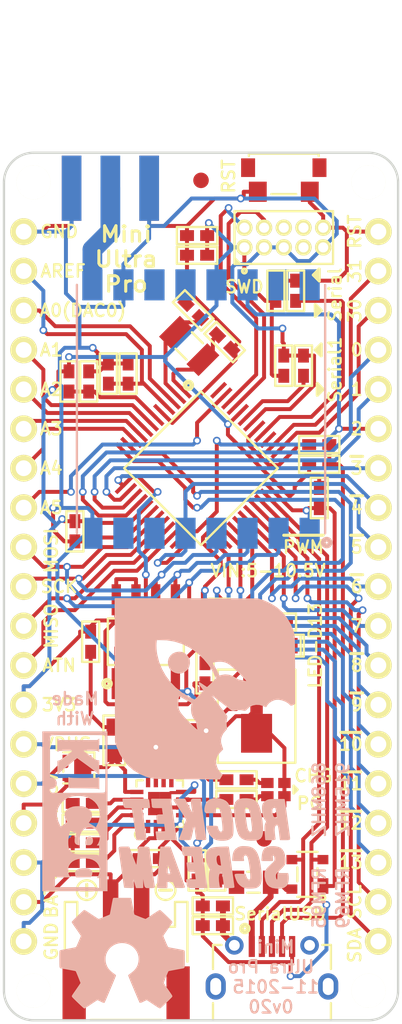
<source format=kicad_pcb>
(kicad_pcb (version 20171130) (host pcbnew "(5.1.12)-1")
  (title_block (title "Mini Ultra Pro") (date 2015-11-18) (rev 0.2) (company "Rocket Scream Electronics"))
  (layers (0 F.Cu signal) (31 B.Cu signal) (34 B.Paste user hide) (35 F.Paste user hide) (36 B.SilkS user hide) (37 F.SilkS user hide) (38 B.Mask user hide) (39 F.Mask user hide) (44 Edge.Cuts user))
  (net 0 "")
  (net 1 "Net-(D1-Pad1)")
  (net 2 "Net-(D2-Pad3)")
  (net 3 "Net-(D2-Pad4)")
  (net 4 "Net-(J1-Pad3)")
  (net 5 "Net-(J1-Pad4)")
  (net 6 "Net-(J3-Pad1)")
  (net 7 GND)
  (net 8 "Net-(C1-Pad2)")
  (net 9 "Net-(C2-Pad2)")
  (net 10 3V3)
  (net 11 "Net-(C4-Pad1)")
  (net 12 "Net-(C5-Pad1)")
  (net 13 VBUS)
  (net 14 VBAT)
  (net 15 "Net-(C18-Pad1)")
  (net 16 VUSB)
  (net 17 /D13)
  (net 18 VIN)
  (net 19 /TX_LED)
  (net 20 /RX_LED)
  (net 21 /RESET)
  (net 22 "Net-(R6-Pad2)")
  (net 23 "Net-(R7-Pad2)")
  (net 24 "Net-(R9-Pad2)")
  (net 25 "Net-(R10-Pad2)")
  (net 26 /A0)
  (net 27 /A1)
  (net 28 /A2)
  (net 29 /A3)
  (net 30 /A4)
  (net 31 /D8)
  (net 32 /D9)
  (net 33 /D4)
  (net 34 /D3)
  (net 35 /D1)
  (net 36 /D0)
  (net 37 /MOSI)
  (net 38 /SCK)
  (net 39 /MISO)
  (net 40 /ATN)
  (net 41 /D2)
  (net 42 /D5)
  (net 43 /D11)
  (net 44 /D10)
  (net 45 /D12)
  (net 46 /D6)
  (net 47 /D7)
  (net 48 /SDA)
  (net 49 /SCL)
  (net 50 /USB-)
  (net 51 /USB+)
  (net 52 /SWCLK)
  (net 53 /SWDIO)
  (net 54 /A5)
  (net 55 /USB_ID)
  (net 56 AREF)
  (net 57 VEXT)
  (net 58 /RST)
  (net 59 "Net-(J6-Pad6)")
  (net 60 "Net-(J6-Pad7)")
  (net 61 "Net-(J6-Pad8)")
  (net 62 "Net-(J2-Pad8)")
  (net 63 "Net-(J2-Pad9)")
  (net 64 "Net-(F1-Pad1)")
  (net 65 "Net-(M5-Pad~)")
  (net 66 "Net-(M6-Pad~)")
  (net 67 "Net-(J2-Pad4)")
  (net 68 /D30)
  (net 69 /D31)
  (net 70 /PG)
  (net 71 /CHG)
  (net 72 5V0)
  (net 73 "Net-(J2-Pad7)")
  (net 74 "Net-(U3-Pad6)")
  (net 75 "Net-(U3-Pad7)")
  (net 76 "Net-(U3-Pad11)")
  (net 77 "Net-(U3-Pad12)")
  (net 78 "Net-(U3-Pad15)")
  (net 79 "Net-(U3-Pad16)")
  (net 80 "Net-(Q1-Pad3)")
  (net 81 "Net-(R8-Pad1)")
  (module RocketScreamKicadLibrary:TQFP-48_7x7mm_Pitch0.5mm (layer F.Cu) (at 139.7 91.44 315)
    (fp_text reference U1 hide)
    (fp_text value ATSAMD21G18A-AU)
    (pad 1 smd rect (at -4.35 -2.75 315) (size 1.3 0.25) (layers F.Cu F.Paste F.Mask) (net 9 "Net-(C2-Pad2)"))
    (pad 2 smd rect (at -4.35 -2.25 315) (size 1.3 0.25) (layers F.Cu F.Paste F.Mask) (net 8 "Net-(C1-Pad2)"))
    (pad 3 smd rect (at -4.35 -1.75 315) (size 1.3 0.25) (layers F.Cu F.Paste F.Mask) (net 26 /A0))
    (pad 4 smd rect (at -4.35 -1.25 315) (size 1.3 0.25) (layers F.Cu F.Paste F.Mask) (net 56 AREF))
    (pad 5 smd rect (at -4.35 -0.75 315) (size 1.3 0.25) (layers F.Cu F.Paste F.Mask) (net 7 GND))
    (pad 6 smd rect (at -4.35 -0.25 315) (size 1.3 0.25) (layers F.Cu F.Paste F.Mask) (net 11 "Net-(C4-Pad1)"))
    (pad 7 smd rect (at -4.35 0.25 315) (size 1.3 0.25) (layers F.Cu F.Paste F.Mask) (net 27 /A1))
    (pad 8 smd rect (at -4.35 0.75 315) (size 1.3 0.25) (layers F.Cu F.Paste F.Mask) (net 28 /A2))
    (pad 9 smd rect (at -4.35 1.25 315) (size 1.3 0.25) (layers F.Cu F.Paste F.Mask) (net 29 /A3))
    (pad 10 smd rect (at -4.35 1.75 315) (size 1.3 0.25) (layers F.Cu F.Paste F.Mask) (net 30 /A4))
    (pad 11 smd rect (at -4.35 2.25 315) (size 1.3 0.25) (layers F.Cu F.Paste F.Mask) (net 31 /D8))
    (pad 12 smd rect (at -4.35 2.75 315) (size 1.3 0.25) (layers F.Cu F.Paste F.Mask) (net 32 /D9))
    (pad 13 smd rect (at -2.75 4.35 45) (size 1.3 0.25) (layers F.Cu F.Paste F.Mask) (net 33 /D4))
    (pad 14 smd rect (at -2.25 4.35 45) (size 1.3 0.25) (layers F.Cu F.Paste F.Mask) (net 34 /D3))
    (pad 15 smd rect (at -1.75 4.35 45) (size 1.3 0.25) (layers F.Cu F.Paste F.Mask) (net 35 /D1))
    (pad 16 smd rect (at -1.25 4.35 45) (size 1.3 0.25) (layers F.Cu F.Paste F.Mask) (net 36 /D0))
    (pad 17 smd rect (at -0.75 4.35 45) (size 1.3 0.25) (layers F.Cu F.Paste F.Mask) (net 10 3V3))
    (pad 18 smd rect (at -0.25 4.35 45) (size 1.3 0.25) (layers F.Cu F.Paste F.Mask) (net 7 GND))
    (pad 19 smd rect (at 0.25 4.35 45) (size 1.3 0.25) (layers F.Cu F.Paste F.Mask) (net 37 /MOSI))
    (pad 20 smd rect (at 0.75 4.35 45) (size 1.3 0.25) (layers F.Cu F.Paste F.Mask) (net 38 /SCK))
    (pad 21 smd rect (at 1.25 4.35 45) (size 1.3 0.25) (layers F.Cu F.Paste F.Mask) (net 39 /MISO))
    (pad 22 smd rect (at 1.75 4.35 45) (size 1.3 0.25) (layers F.Cu F.Paste F.Mask) (net 40 /ATN))
    (pad 23 smd rect (at 2.25 4.35 45) (size 1.3 0.25) (layers F.Cu F.Paste F.Mask) (net 41 /D2))
    (pad 24 smd rect (at 2.75 4.35 45) (size 1.3 0.25) (layers F.Cu F.Paste F.Mask) (net 42 /D5))
    (pad 25 smd rect (at 4.35 2.75 315) (size 1.3 0.25) (layers F.Cu F.Paste F.Mask) (net 43 /D11))
    (pad 26 smd rect (at 4.35 2.25 315) (size 1.3 0.25) (layers F.Cu F.Paste F.Mask) (net 17 /D13))
    (pad 27 smd rect (at 4.35 1.75 315) (size 1.3 0.25) (layers F.Cu F.Paste F.Mask) (net 44 /D10))
    (pad 28 smd rect (at 4.35 1.25 315) (size 1.3 0.25) (layers F.Cu F.Paste F.Mask) (net 45 /D12))
    (pad 29 smd rect (at 4.35 0.75 315) (size 1.3 0.25) (layers F.Cu F.Paste F.Mask) (net 46 /D6))
    (pad 30 smd rect (at 4.35 0.25 315) (size 1.3 0.25) (layers F.Cu F.Paste F.Mask) (net 47 /D7))
    (pad 31 smd rect (at 4.35 -0.25 315) (size 1.3 0.25) (layers F.Cu F.Paste F.Mask) (net 48 /SDA))
    (pad 32 smd rect (at 4.35 -0.75 315) (size 1.3 0.25) (layers F.Cu F.Paste F.Mask) (net 49 /SCL))
    (pad 33 smd rect (at 4.35 -1.25 315) (size 1.3 0.25) (layers F.Cu F.Paste F.Mask) (net 50 /USB-))
    (pad 34 smd rect (at 4.35 -1.75 315) (size 1.3 0.25) (layers F.Cu F.Paste F.Mask) (net 51 /USB+))
    (pad 35 smd rect (at 4.35 -2.25 315) (size 1.3 0.25) (layers F.Cu F.Paste F.Mask) (net 7 GND))
    (pad 36 smd rect (at 4.35 -2.75 315) (size 1.3 0.25) (layers F.Cu F.Paste F.Mask) (net 10 3V3))
    (pad 37 smd rect (at 2.75 -4.35 45) (size 1.3 0.25) (layers F.Cu F.Paste F.Mask) (net 68 /D30))
    (pad 38 smd rect (at 2.25 -4.35 45) (size 1.3 0.25) (layers F.Cu F.Paste F.Mask) (net 69 /D31))
    (pad 39 smd rect (at 1.75 -4.35 45) (size 1.3 0.25) (layers F.Cu F.Paste F.Mask) (net 19 /TX_LED))
    (pad 40 smd rect (at 1.25 -4.35 45) (size 1.3 0.25) (layers F.Cu F.Paste F.Mask) (net 21 /RESET))
    (pad 41 smd rect (at 0.75 -4.35 45) (size 1.3 0.25) (layers F.Cu F.Paste F.Mask) (net 55 /USB_ID))
    (pad 42 smd rect (at 0.25 -4.35 45) (size 1.3 0.25) (layers F.Cu F.Paste F.Mask) (net 7 GND))
    (pad 43 smd rect (at -0.25 -4.35 45) (size 1.3 0.25) (layers F.Cu F.Paste F.Mask) (net 12 "Net-(C5-Pad1)"))
    (pad 44 smd rect (at -0.75 -4.35 45) (size 1.3 0.25) (layers F.Cu F.Paste F.Mask) (net 10 3V3))
    (pad 45 smd rect (at -1.25 -4.35 45) (size 1.3 0.25) (layers F.Cu F.Paste F.Mask) (net 52 /SWCLK))
    (pad 46 smd rect (at -1.75 -4.35 45) (size 1.3 0.25) (layers F.Cu F.Paste F.Mask) (net 53 /SWDIO))
    (pad 47 smd rect (at -2.25 -4.35 45) (size 1.3 0.25) (layers F.Cu F.Paste F.Mask) (net 54 /A5))
    (pad 48 smd rect (at -2.75 -4.35 45) (size 1.3 0.25) (layers F.Cu F.Paste F.Mask) (net 20 /RX_LED))
  )
  (module RocketScreamKicadLibrary:LED-1615 (layer F.Cu) (at 144.526 112.141 180)
    (fp_text reference D2 hide)
    (fp_text value LED-DUAL)
    (pad 1 smd rect (at -0.55 -0.425 180) (size 0.8 0.65) (layers F.Cu F.Paste F.Mask) (net 13 VBUS))
    (pad 2 smd rect (at -0.55 0.425 180) (size 0.8 0.65) (layers F.Cu F.Paste F.Mask) (net 13 VBUS))
    (pad 3 smd rect (at 0.55 0.425 180) (size 0.8 0.65) (layers F.Cu F.Paste F.Mask) (net 2 "Net-(D2-Pad3)"))
    (pad 4 smd rect (at 0.55 -0.425 180) (size 0.8 0.65) (layers F.Cu F.Paste F.Mask) (net 3 "Net-(D2-Pad4)"))
  )
  (module RocketScreamKicadLibrary:MICRO-USB (layer F.Cu) (at 144.272 123.698)
    (fp_text reference J2 hide)
    (fp_text value MICRO-USB)
    (pad 1 smd rect (at -1.3 -1.45) (size 0.4 1.35) (layers F.Cu F.Paste F.Mask) (net 16 VUSB))
    (pad 2 smd rect (at -0.65 -1.45) (size 0.4 1.35) (layers F.Cu F.Paste F.Mask) (net 50 /USB-))
    (pad 3 smd rect (at 0 -1.45) (size 0.4 1.35) (layers F.Cu F.Paste F.Mask) (net 51 /USB+))
    (pad 4 smd rect (at 0.65 -1.45) (size 0.4 1.35) (layers F.Cu F.Paste F.Mask) (net 67 "Net-(J2-Pad4)"))
    (pad 5 smd rect (at 1.3 -1.45) (size 0.4 1.35) (layers F.Cu F.Paste F.Mask) (net 7 GND))
    (pad 6 thru_hole circle (at -2.425 -1.525) (size 1.2 1.2) (drill 0.7) (layers *.Cu *.Mask F.Paste) (net 15 "Net-(C18-Pad1)"))
    (pad 7 thru_hole circle (at 2.425 -1.525) (size 1.2 1.2) (drill 0.7) (layers *.Cu *.Mask F.Paste) (net 73 "Net-(J2-Pad7)"))
    (pad 8 thru_hole oval (at -3.625 1.125) (size 1.3 1.7) (drill oval 0.7 1.1) (layers *.Cu *.Mask F.Paste) (net 62 "Net-(J2-Pad8)"))
    (pad 9 thru_hole oval (at 3.625 1.125) (size 1.3 1.7) (drill oval 0.7 1.1) (layers *.Cu *.Mask F.Paste) (net 63 "Net-(J2-Pad9)"))
  )
  (module RocketScreamKicadLibrary:RF-SMA-EDGE (layer B.Cu) (at 133.858 73.406 90)
    (fp_text reference J3 hide)
    (fp_text value RF-SMA-EDGE)
    (pad 1 smd rect (at 0 0 90) (size 4.2 1.27) (layers B.Cu B.Mask) (net 6 "Net-(J3-Pad1)"))
    (pad 2 smd rect (at 0 -2.5 90) (size 4.2 1.27) (layers B.Cu B.Mask) (net 7 GND))
    (pad 3 smd rect (at 0 2.5 90) (size 4.2 1.27) (layers B.Cu B.Mask) (net 7 GND))
    (pad 5 smd rect (at 0 2.5 90) (size 4.2 1.27) (layers F.Cu F.Mask) (net 7 GND))
    (pad 4 smd rect (at 0 -2.5 90) (size 4.2 1.27) (layers F.Cu F.Mask) (net 7 GND))
  )
  (module RocketScreamKicadLibrary:SOT-89 (layer F.Cu) (at 143.28 107.414 180)
    (fp_text reference U4 hide)
    (fp_text value MCP1700T-3302E/MB)
    (pad 1 smd rect (at -1.5 1.75 180) (size 0.8 1.2) (layers F.Cu F.Paste F.Mask) (net 7 GND))
    (pad 2 smd rect (at 0 1.1 180) (size 0.8 2.2) (drill (offset 0 0.15)) (layers F.Cu F.Paste F.Mask) (net 13 VBUS))
    (pad 3 smd rect (at 1.5 1.75 180) (size 0.8 1.2) (layers F.Cu F.Paste F.Mask) (net 10 3V3))
    (pad 2 smd rect (at 0 0 180) (size 2 2.5) (drill (offset 0 -1.1)) (layers F.Cu F.Paste F.Mask) (net 13 VBUS))
  )
  (module RocketScreamKicadLibrary:SOIC-8-N (layer F.Cu) (at 136.144 102.616 90)
    (fp_text reference U5 hide)
    (fp_text value S25FL116K0XMFI041)
    (pad 8 smd rect (at 2.7 -1.905 90) (size 2 0.6) (layers F.Cu F.Paste F.Mask) (net 10 3V3))
    (pad 7 smd rect (at 2.7 -0.635 90) (size 2 0.6) (layers F.Cu F.Paste F.Mask) (net 10 3V3))
    (pad 6 smd rect (at 2.7 0.635 90) (size 2 0.6) (layers F.Cu F.Paste F.Mask) (net 38 /SCK))
    (pad 5 smd rect (at 2.7 1.905 90) (size 2 0.6) (layers F.Cu F.Paste F.Mask) (net 37 /MOSI))
    (pad 4 smd rect (at -2.7 1.905 90) (size 2 0.6) (layers F.Cu F.Paste F.Mask) (net 7 GND))
    (pad 3 smd rect (at -2.7 0.635 90) (size 2 0.6) (layers F.Cu F.Paste F.Mask) (net 10 3V3))
    (pad 2 smd rect (at -2.7 -0.635 90) (size 2 0.6) (layers F.Cu F.Paste F.Mask) (net 39 /MISO))
    (pad 1 smd rect (at -2.7 -1.905 90) (size 2 0.6) (layers F.Cu F.Paste F.Mask) (net 33 /D4))
  )
  (module RocketScreamKicadLibrary:ABS07 (layer F.Cu) (at 138.938 83.566 315)
    (fp_text reference Y1 hide)
    (fp_text value FC-135)
    (pad 1 smd rect (at -1.25 0 315) (size 1.1 1.9) (layers F.Cu F.Paste F.Mask) (net 8 "Net-(C1-Pad2)"))
    (pad 2 smd rect (at 1.25 0 315) (size 1.1 1.9) (layers F.Cu F.Paste F.Mask) (net 9 "Net-(C2-Pad2)"))
  )
  (module RocketScreamKicadLibrary:SOT-143B (layer F.Cu) (at 146.558 117.602 90)
    (fp_text reference D3 hide)
    (fp_text value PRTR5V0U2X)
    (pad 1 smd rect (at -0.75 1 90) (size 1 0.7) (layers F.Cu F.Paste F.Mask) (net 7 GND))
    (pad 2 smd rect (at 0.95 1 90) (size 0.6 0.7) (layers F.Cu F.Paste F.Mask) (net 51 /USB+))
    (pad 3 smd rect (at 0.95 -1 90) (size 0.6 0.7) (layers F.Cu F.Paste F.Mask) (net 50 /USB-))
    (pad 4 smd rect (at -0.95 -1 90) (size 0.6 0.7) (layers F.Cu F.Paste F.Mask) (net 16 VUSB))
  )
  (module RocketScreamKicadLibrary:MF-PSMF020X (layer F.Cu) (at 143.086 118.11)
    (fp_text reference F1 hide)
    (fp_text value MF-PSMF050X-2)
    (pad 1 smd rect (at -1.1 0) (size 1 1.5) (layers F.Cu F.Paste F.Mask) (net 64 "Net-(F1-Pad1)"))
    (pad 2 smd rect (at 1.1 0) (size 1 1.5) (layers F.Cu F.Paste F.Mask) (net 16 VUSB))
  )
  (module RocketScreamKicadLibrary:CAP-0402 (layer F.Cu) (at 139.192 81.28 315)
    (fp_text reference C1 hide)
    (fp_text value 18pF)
    (pad 1 smd rect (at -0.65 0 315) (size 0.9 0.7) (layers F.Cu F.Paste F.Mask) (net 7 GND))
    (pad 2 smd rect (at 0.65 0 315) (size 0.9 0.7) (layers F.Cu F.Paste F.Mask) (net 8 "Net-(C1-Pad2)"))
  )
  (module RocketScreamKicadLibrary:CAP-0402 (layer F.Cu) (at 141.224 83.312 135)
    (fp_text reference C2 hide)
    (fp_text value 18pF)
    (pad 1 smd rect (at -0.65 0 135) (size 0.9 0.7) (layers F.Cu F.Paste F.Mask) (net 7 GND))
    (pad 2 smd rect (at 0.65 0 135) (size 0.9 0.7) (layers F.Cu F.Paste F.Mask) (net 9 "Net-(C2-Pad2)"))
  )
  (module RocketScreamKicadLibrary:CAP-0402 (layer F.Cu) (at 145.034 84.836 90)
    (fp_text reference C3 hide)
    (fp_text value 100nF)
    (pad 1 smd rect (at -0.65 0 90) (size 0.9 0.7) (layers F.Cu F.Paste F.Mask) (net 10 3V3))
    (pad 2 smd rect (at 0.65 0 90) (size 0.9 0.7) (layers F.Cu F.Paste F.Mask) (net 7 GND))
  )
  (module RocketScreamKicadLibrary:CAP-0402 (layer F.Cu) (at 132.461 85.852 90)
    (fp_text reference C4 hide)
    (fp_text value 100nF)
    (pad 1 smd rect (at -0.65 0 90) (size 0.9 0.7) (layers F.Cu F.Paste F.Mask) (net 11 "Net-(C4-Pad1)"))
    (pad 2 smd rect (at 0.65 0 90) (size 0.9 0.7) (layers F.Cu F.Paste F.Mask) (net 7 GND))
  )
  (module RocketScreamKicadLibrary:CAP-0402 (layer F.Cu) (at 146.304 84.836 90)
    (fp_text reference C5 hide)
    (fp_text value "1uF 10V X5R")
    (pad 1 smd rect (at -0.65 0 90) (size 0.9 0.7) (layers F.Cu F.Paste F.Mask) (net 12 "Net-(C5-Pad1)"))
    (pad 2 smd rect (at 0.65 0 90) (size 0.9 0.7) (layers F.Cu F.Paste F.Mask) (net 7 GND))
  )
  (module RocketScreamKicadLibrary:CAP-0402 (layer F.Cu) (at 147.32 93.36 270)
    (fp_text reference C7 hide)
    (fp_text value 100nF)
    (pad 1 smd rect (at -0.65 0 270) (size 0.9 0.7) (layers F.Cu F.Paste F.Mask) (net 10 3V3))
    (pad 2 smd rect (at 0.65 0 270) (size 0.9 0.7) (layers F.Cu F.Paste F.Mask) (net 7 GND))
  )
  (module RocketScreamKicadLibrary:CAP-0402 (layer F.Cu) (at 131.572 95.504 270)
    (fp_text reference C8 hide)
    (fp_text value 100nF)
    (pad 1 smd rect (at -0.65 0 270) (size 0.9 0.7) (layers F.Cu F.Paste F.Mask) (net 10 3V3))
    (pad 2 smd rect (at 0.65 0 270) (size 0.9 0.7) (layers F.Cu F.Paste F.Mask) (net 7 GND))
  )
  (module RocketScreamKicadLibrary:CAP-0402 (layer F.Cu) (at 139.446 117.348 270)
    (fp_text reference C10 hide)
    (fp_text value "4.7uF 10V X5R")
    (pad 1 smd rect (at -0.65 0 270) (size 0.9 0.7) (layers F.Cu F.Paste F.Mask) (net 72 5V0))
    (pad 2 smd rect (at 0.65 0 270) (size 0.9 0.7) (layers F.Cu F.Paste F.Mask) (net 7 GND))
  )
  (module RocketScreamKicadLibrary:CAP-0402 (layer F.Cu) (at 139.446 76.454 180)
    (fp_text reference C12 hide)
    (fp_text value 100nF)
    (pad 1 smd rect (at -0.65 0 180) (size 0.9 0.7) (layers F.Cu F.Paste F.Mask) (net 10 3V3))
    (pad 2 smd rect (at 0.65 0 180) (size 0.9 0.7) (layers F.Cu F.Paste F.Mask) (net 7 GND))
  )
  (module RocketScreamKicadLibrary:CAP-0402 (layer F.Cu) (at 136.398 116.586)
    (fp_text reference C16 hide)
    (fp_text value "4.7uF 10V X5R")
    (pad 1 smd rect (at -0.65 0) (size 0.9 0.7) (layers F.Cu F.Paste F.Mask) (net 14 VBAT))
    (pad 2 smd rect (at 0.65 0) (size 0.9 0.7) (layers F.Cu F.Paste F.Mask) (net 7 GND))
  )
  (module RocketScreamKicadLibrary:CAP-0402 (layer F.Cu) (at 137.668 108.966 90)
    (fp_text reference C17 hide)
    (fp_text value "4.7uF 10V X5R")
    (pad 1 smd rect (at -0.65 0 90) (size 0.9 0.7) (layers F.Cu F.Paste F.Mask) (net 13 VBUS))
    (pad 2 smd rect (at 0.65 0 90) (size 0.9 0.7) (layers F.Cu F.Paste F.Mask) (net 7 GND))
  )
  (module RocketScreamKicadLibrary:CAP-0402 (layer F.Cu) (at 140.462 120.904 180)
    (fp_text reference C18 hide)
    (fp_text value "4.7nF 25V X7R")
    (pad 1 smd rect (at -0.65 0 180) (size 0.9 0.7) (layers F.Cu F.Paste F.Mask) (net 15 "Net-(C18-Pad1)"))
    (pad 2 smd rect (at 0.65 0 180) (size 0.9 0.7) (layers F.Cu F.Paste F.Mask) (net 7 GND))
  )
  (module RocketScreamKicadLibrary:RES-0402 (layer F.Cu) (at 144.526 101.346 180)
    (fp_text reference R1 hide)
    (fp_text value 2K2)
    (pad 1 smd rect (at -0.65 0 180) (size 0.9 0.7) (layers F.Cu F.Paste F.Mask) (net 1 "Net-(D1-Pad1)"))
    (pad 2 smd rect (at 0.65 0 180) (size 0.9 0.7) (layers F.Cu F.Paste F.Mask) (net 80 "Net-(Q1-Pad3)"))
  )
  (module RocketScreamKicadLibrary:RES-0402 (layer F.Cu) (at 144.526 80.01 90)
    (fp_text reference R4 hide)
    (fp_text value 10K)
    (pad 1 smd rect (at -0.65 0 90) (size 0.9 0.7) (layers F.Cu F.Paste F.Mask) (net 10 3V3))
    (pad 2 smd rect (at 0.65 0 90) (size 0.9 0.7) (layers F.Cu F.Paste F.Mask) (net 58 /RST))
  )
  (module RocketScreamKicadLibrary:RES-0402 (layer F.Cu) (at 135.89 108.966 270)
    (fp_text reference R6 hide)
    (fp_text value 1K18)
    (pad 1 smd rect (at -0.65 0 270) (size 0.9 0.7) (layers F.Cu F.Paste F.Mask) (net 7 GND))
    (pad 2 smd rect (at 0.65 0 270) (size 0.9 0.7) (layers F.Cu F.Paste F.Mask) (net 22 "Net-(R6-Pad2)"))
  )
  (module RocketScreamKicadLibrary:RES-0402 (layer F.Cu) (at 132.08 113.03)
    (fp_text reference R7 hide)
    (fp_text value 46K4)
    (pad 1 smd rect (at -0.65 0) (size 0.9 0.7) (layers F.Cu F.Paste F.Mask) (net 7 GND))
    (pad 2 smd rect (at 0.65 0) (size 0.9 0.7) (layers F.Cu F.Paste F.Mask) (net 23 "Net-(R7-Pad2)"))
  )
  (module RocketScreamKicadLibrary:RES-0402 (layer F.Cu) (at 132.08 114.3)
    (fp_text reference R9 hide)
    (fp_text value 2K94)
    (pad 1 smd rect (at -0.65 0) (size 0.9 0.7) (layers F.Cu F.Paste F.Mask) (net 7 GND))
    (pad 2 smd rect (at 0.65 0) (size 0.9 0.7) (layers F.Cu F.Paste F.Mask) (net 24 "Net-(R9-Pad2)"))
  )
  (module RocketScreamKicadLibrary:RES-0402 (layer F.Cu) (at 132.08 115.57)
    (fp_text reference R10 hide)
    (fp_text value 2K2)
    (pad 1 smd rect (at -0.65 0) (size 0.9 0.7) (layers F.Cu F.Paste F.Mask) (net 7 GND))
    (pad 2 smd rect (at 0.65 0) (size 0.9 0.7) (layers F.Cu F.Paste F.Mask) (net 25 "Net-(R10-Pad2)"))
  )
  (module RocketScreamKicadLibrary:RES-0402 (layer F.Cu) (at 147.32 91.186 180)
    (fp_text reference R11 hide)
    (fp_text value 100K)
    (pad 1 smd rect (at -0.65 0 180) (size 0.9 0.7) (layers F.Cu F.Paste F.Mask) (net 67 "Net-(J2-Pad4)"))
    (pad 2 smd rect (at 0.65 0 180) (size 0.9 0.7) (layers F.Cu F.Paste F.Mask) (net 10 3V3))
  )
  (module RocketScreamKicadLibrary:RES-0402 (layer F.Cu) (at 141.986 112.776)
    (fp_text reference R12 hide)
    (fp_text value 10K)
    (pad 1 smd rect (at -0.65 0) (size 0.9 0.7) (layers F.Cu F.Paste F.Mask) (net 70 /PG))
    (pad 2 smd rect (at 0.65 0) (size 0.9 0.7) (layers F.Cu F.Paste F.Mask) (net 3 "Net-(D2-Pad4)"))
  )
  (module RocketScreamKicadLibrary:RES-0402 (layer F.Cu) (at 141.986 111.506)
    (fp_text reference R13 hide)
    (fp_text value 2K2)
    (pad 1 smd rect (at -0.65 0) (size 0.9 0.7) (layers F.Cu F.Paste F.Mask) (net 71 /CHG))
    (pad 2 smd rect (at 0.65 0) (size 0.9 0.7) (layers F.Cu F.Paste F.Mask) (net 2 "Net-(D2-Pad3)"))
  )
  (module RocketScreamKicadLibrary:HOLE_NPTH_2.2MM (layer F.Cu) (at 128.905 125.095)
    (fp_text reference M1 hide)
    (fp_text value MOUNT_HOLE)
    (pad "" np_thru_hole circle (at 0 0) (size 2.2 2.2) (drill 2.2) (layers *.Cu *.Mask F.SilkS))
  )
  (module RocketScreamKicadLibrary:HOLE_NPTH_2.2MM (layer F.Cu) (at 150.495 125.095)
    (fp_text reference M2 hide)
    (fp_text value MOUNT_HOLE)
    (pad "" np_thru_hole circle (at 0 0) (size 2.2 2.2) (drill 2.2) (layers *.Cu *.Mask F.SilkS))
  )
  (module RocketScreamKicadLibrary:HOLE_NPTH_2.2MM (layer F.Cu) (at 128.905 73.025)
    (fp_text reference M3 hide)
    (fp_text value MOUNT_HOLE)
    (pad "" np_thru_hole circle (at 0 0) (size 2.2 2.2) (drill 2.2) (layers *.Cu *.Mask F.SilkS))
  )
  (module RocketScreamKicadLibrary:HOLE_NPTH_2.2MM (layer F.Cu) (at 150.495 73.025)
    (fp_text reference M4 hide)
    (fp_text value MOUNT_HOLE)
    (pad "" np_thru_hole circle (at 0 0) (size 2.2 2.2) (drill 2.2) (layers *.Cu *.Mask F.SilkS))
  )
  (module RocketScreamKicadLibrary:HDR_2x5_Pitch1.27mm (layer F.Cu) (at 145.034 76.581)
    (fp_text reference J6 hide)
    (fp_text value CONN-HDR-2x5)
    (pad 1 thru_hole oval (at -2.54 0.635) (size 1.05 1.05) (drill 0.65) (layers *.Cu *.Mask F.SilkS) (net 10 3V3))
    (pad 2 thru_hole oval (at -2.54 -0.635) (size 1.05 1.05) (drill 0.65) (layers *.Cu *.Mask F.SilkS) (net 53 /SWDIO))
    (pad 3 thru_hole oval (at -1.27 0.635) (size 1.05 1.05) (drill 0.65) (layers *.Cu *.Mask F.SilkS) (net 7 GND))
    (pad 4 thru_hole oval (at -1.27 -0.635) (size 1.05 1.05) (drill 0.65) (layers *.Cu *.Mask F.SilkS) (net 52 /SWCLK))
    (pad 5 thru_hole oval (at 0 0.635) (size 1.05 1.05) (drill 0.65) (layers *.Cu *.Mask F.SilkS) (net 7 GND))
    (pad 6 thru_hole oval (at 0 -0.635) (size 1.05 1.05) (drill 0.65) (layers *.Cu *.Mask F.SilkS) (net 59 "Net-(J6-Pad6)"))
    (pad 7 thru_hole oval (at 1.27 0.635) (size 1.05 1.05) (drill 0.65) (layers *.Cu *.Mask F.SilkS) (net 60 "Net-(J6-Pad7)"))
    (pad 8 thru_hole oval (at 1.27 -0.635) (size 1.05 1.05) (drill 0.65) (layers *.Cu *.Mask F.SilkS) (net 61 "Net-(J6-Pad8)"))
    (pad 9 thru_hole oval (at 2.54 0.635) (size 1.05 1.05) (drill 0.65) (layers *.Cu *.Mask F.SilkS) (net 7 GND))
    (pad 10 thru_hole oval (at 2.54 -0.635) (size 1.05 1.05) (drill 0.65) (layers *.Cu *.Mask F.SilkS) (net 58 /RST))
  )
  (module RocketScreamKicadLibrary:LOGO-OSHW_Small (layer B.Cu) (at 134.62 122.682 180)
    (fp_text reference LOGO2 hide)
    (fp_text value LOGO-OSHW hide)
  )
  (module RocketScreamKicadLibrary:FIDUCIAL-1MM (layer F.Cu) (at 143.764 115.316)
    (fp_text reference M5 hide)
    (fp_text value FIDUCIAL)
    (pad ~ smd circle (at 0 0) (size 1 1) (layers F.Cu F.Mask) (net 65 "Net-(M5-Pad~)") (clearance 0.5))
  )
  (module RocketScreamKicadLibrary:FIDUCIAL-1MM (layer F.Cu) (at 139.7 72.898)
    (fp_text reference M6 hide)
    (fp_text value FIDUCIAL)
    (pad ~ smd circle (at 0 0) (size 1 1) (layers F.Cu F.Mask) (net 66 "Net-(M6-Pad~)") (clearance 0.5))
  )
  (module RocketScreamKicadLibrary:LED-0603 (layer F.Cu) (at 144.526 102.87 180)
    (fp_text reference D1 hide)
    (fp_text value Orange)
    (pad 2 smd rect (at 0.85 0) (size 1.1 1) (layers F.Cu F.Paste F.Mask) (net 10 3V3))
    (pad 1 smd rect (at -0.85 0) (size 1.1 1) (layers F.Cu F.Paste F.Mask) (net 1 "Net-(D1-Pad1)"))
  )
  (module RocketScreamKicadLibrary:IND-0402 (layer F.Cu) (at 131.191 85.852 90)
    (fp_text reference L2 hide)
    (fp_text value BKP1005TS121-T)
    (pad 1 smd rect (at -0.65 0 90) (size 0.9 0.7) (layers F.Cu F.Paste F.Mask) (net 11 "Net-(C4-Pad1)"))
    (pad 2 smd rect (at 0.65 0 90) (size 0.9 0.7) (layers F.Cu F.Paste F.Mask) (net 10 3V3))
  )
  (module RocketScreamKicadLibrary:SOT-1016 (layer F.Cu) (at 131.826 110.744 270)
    (fp_text reference D4 hide)
    (fp_text value PMEG3020CPA)
    (pad 1 smd rect (at -0.65 0.8 270) (size 0.4 0.5) (layers F.Cu F.Paste F.Mask) (net 72 5V0))
    (pad 2 smd rect (at 0.65 0.8 270) (size 0.4 0.5) (layers F.Cu F.Paste F.Mask) (net 18 VIN))
    (pad 3 smd rect (at 0 -0.25 270) (size 1.6 1.1) (layers F.Cu F.Paste F.Mask) (net 57 VEXT))
    (pad 3 smd rect (at 0 -0.925 270) (size 0.4 0.25) (layers F.Cu F.Paste F.Mask) (net 57 VEXT))
  )
  (module RocketScreamKicadLibrary:S2B-PH-SM4-TB (layer F.Cu) (at 134.874 122.428)
    (fp_text reference J1 hide)
    (fp_text value S2B-PH-SM4-TB)
    (pad 1 smd rect (at -1 -2.75) (size 1 3.5) (layers F.Cu F.Paste F.Mask) (net 14 VBAT))
    (pad 2 smd rect (at 1 -2.75) (size 1 3.5) (layers F.Cu F.Paste F.Mask) (net 7 GND))
    (pad 3 smd rect (at -3.35 2.8) (size 1.5 3.4) (layers F.Cu F.Paste F.Mask) (net 4 "Net-(J1-Pad3)"))
    (pad 4 smd rect (at 3.35 2.8) (size 1.5 3.4) (layers F.Cu F.Paste F.Mask) (net 5 "Net-(J1-Pad4)"))
  )
  (module RocketScreamKicadLibrary:CAP-0402 (layer F.Cu) (at 139.446 77.724 180)
    (fp_text reference C11 hide)
    (fp_text value "4.7uF 10V X5R")
    (pad 1 smd rect (at -0.65 0 180) (size 0.9 0.7) (layers F.Cu F.Paste F.Mask) (net 10 3V3))
    (pad 2 smd rect (at 0.65 0 180) (size 0.9 0.7) (layers F.Cu F.Paste F.Mask) (net 7 GND))
  )
  (module RocketScreamKicadLibrary:HDR_1x19_Pitch2.54mm_WithoutSilk (layer F.Cu) (at 128.27 99.06 270)
    (fp_text reference J4 hide)
    (fp_text value CONN-HDR-1x19)
    (pad 14 thru_hole oval (at 10.16 0 270) (size 1.7272 1.7272) (drill 1.016) (layers *.Cu *.Mask F.SilkS) (net 13 VBUS))
    (pad 13 thru_hole oval (at 7.62 0 270) (size 1.7272 1.7272) (drill 1.016) (layers *.Cu *.Mask F.SilkS) (net 10 3V3))
    (pad 12 thru_hole oval (at 5.08 0 270) (size 1.7272 1.7272) (drill 1.016) (layers *.Cu *.Mask F.SilkS) (net 40 /ATN))
    (pad 11 thru_hole oval (at 2.54 0 270) (size 1.7272 1.7272) (drill 1.016) (layers *.Cu *.Mask F.SilkS) (net 39 /MISO))
    (pad 1 thru_hole oval (at -22.86 0 270) (size 1.7272 1.7272) (drill 1.016) (layers *.Cu *.Mask F.SilkS) (net 7 GND))
    (pad 2 thru_hole oval (at -20.32 0 270) (size 1.7272 1.7272) (drill 1.016) (layers *.Cu *.Mask F.SilkS) (net 56 AREF))
    (pad 3 thru_hole oval (at -17.78 0 270) (size 1.7272 1.7272) (drill 1.016) (layers *.Cu *.Mask F.SilkS) (net 26 /A0))
    (pad 4 thru_hole oval (at -15.24 0 270) (size 1.7272 1.7272) (drill 1.016) (layers *.Cu *.Mask F.SilkS) (net 27 /A1))
    (pad 5 thru_hole oval (at -12.7 0 270) (size 1.7272 1.7272) (drill 1.016) (layers *.Cu *.Mask F.SilkS) (net 28 /A2))
    (pad 6 thru_hole oval (at -10.16 0 270) (size 1.7272 1.7272) (drill 1.016) (layers *.Cu *.Mask F.SilkS) (net 29 /A3))
    (pad 7 thru_hole oval (at -7.62 0 270) (size 1.7272 1.7272) (drill 1.016) (layers *.Cu *.Mask F.SilkS) (net 30 /A4))
    (pad 8 thru_hole oval (at -5.08 0 270) (size 1.7272 1.7272) (drill 1.016) (layers *.Cu *.Mask F.SilkS) (net 54 /A5))
    (pad 9 thru_hole oval (at -2.54 0 270) (size 1.7272 1.7272) (drill 1.016) (layers *.Cu *.Mask F.SilkS) (net 37 /MOSI))
    (pad 10 thru_hole oval (at 0 0 270) (size 1.7272 1.7272) (drill 1.016) (layers *.Cu *.Mask F.SilkS) (net 38 /SCK))
    (pad 15 thru_hole oval (at 12.7 0 270) (size 1.7272 1.7272) (drill 1.016) (layers *.Cu *.Mask F.SilkS) (net 72 5V0))
    (pad 16 thru_hole oval (at 15.24 0 270) (size 1.7272 1.7272) (drill 1.016) (layers *.Cu *.Mask F.SilkS) (net 18 VIN))
    (pad 17 thru_hole oval (at 17.78 0 270) (size 1.7272 1.7272) (drill 1.016) (layers *.Cu *.Mask F.SilkS) (net 7 GND))
    (pad 18 thru_hole oval (at 20.32 0 270) (size 1.7272 1.7272) (drill 1.016) (layers *.Cu *.Mask F.SilkS) (net 14 VBAT))
    (pad 19 thru_hole oval (at 22.86 0 270) (size 1.7272 1.7272) (drill 1.016) (layers *.Cu *.Mask F.SilkS) (net 7 GND))
  )
  (module RocketScreamKicadLibrary:HDR_1x19_Pitch2.54mm_WithoutSilk (layer F.Cu) (at 151.13 99.06 270)
    (fp_text reference J5 hide)
    (fp_text value CONN-HDR-1x19)
    (pad 14 thru_hole oval (at 10.16 0 270) (size 1.7272 1.7272) (drill 1.016) (layers *.Cu *.Mask F.SilkS) (net 44 /D10))
    (pad 13 thru_hole oval (at 7.62 0 270) (size 1.7272 1.7272) (drill 1.016) (layers *.Cu *.Mask F.SilkS) (net 32 /D9))
    (pad 12 thru_hole oval (at 5.08 0 270) (size 1.7272 1.7272) (drill 1.016) (layers *.Cu *.Mask F.SilkS) (net 31 /D8))
    (pad 11 thru_hole oval (at 2.54 0 270) (size 1.7272 1.7272) (drill 1.016) (layers *.Cu *.Mask F.SilkS) (net 47 /D7))
    (pad 1 thru_hole oval (at -22.86 0 270) (size 1.7272 1.7272) (drill 1.016) (layers *.Cu *.Mask F.SilkS) (net 58 /RST))
    (pad 2 thru_hole oval (at -20.32 0 270) (size 1.7272 1.7272) (drill 1.016) (layers *.Cu *.Mask F.SilkS) (net 69 /D31))
    (pad 3 thru_hole oval (at -17.78 0 270) (size 1.7272 1.7272) (drill 1.016) (layers *.Cu *.Mask F.SilkS) (net 68 /D30))
    (pad 4 thru_hole oval (at -15.24 0 270) (size 1.7272 1.7272) (drill 1.016) (layers *.Cu *.Mask F.SilkS) (net 36 /D0))
    (pad 5 thru_hole oval (at -12.7 0 270) (size 1.7272 1.7272) (drill 1.016) (layers *.Cu *.Mask F.SilkS) (net 35 /D1))
    (pad 6 thru_hole oval (at -10.16 0 270) (size 1.7272 1.7272) (drill 1.016) (layers *.Cu *.Mask F.SilkS) (net 41 /D2))
    (pad 7 thru_hole oval (at -7.62 0 270) (size 1.7272 1.7272) (drill 1.016) (layers *.Cu *.Mask F.SilkS) (net 34 /D3))
    (pad 8 thru_hole oval (at -5.08 0 270) (size 1.7272 1.7272) (drill 1.016) (layers *.Cu *.Mask F.SilkS) (net 33 /D4))
    (pad 9 thru_hole oval (at -2.54 0 270) (size 1.7272 1.7272) (drill 1.016) (layers *.Cu *.Mask F.SilkS) (net 42 /D5))
    (pad 10 thru_hole oval (at 0 0 270) (size 1.7272 1.7272) (drill 1.016) (layers *.Cu *.Mask F.SilkS) (net 46 /D6))
    (pad 15 thru_hole oval (at 12.7 0 270) (size 1.7272 1.7272) (drill 1.016) (layers *.Cu *.Mask F.SilkS) (net 43 /D11))
    (pad 16 thru_hole oval (at 15.24 0 270) (size 1.7272 1.7272) (drill 1.016) (layers *.Cu *.Mask F.SilkS) (net 45 /D12))
    (pad 17 thru_hole oval (at 17.78 0 270) (size 1.7272 1.7272) (drill 1.016) (layers *.Cu *.Mask F.SilkS) (net 17 /D13))
    (pad 18 thru_hole oval (at 20.32 0 270) (size 1.7272 1.7272) (drill 1.016) (layers *.Cu *.Mask F.SilkS) (net 49 /SCL))
    (pad 19 thru_hole oval (at 22.86 0 270) (size 1.7272 1.7272) (drill 1.016) (layers *.Cu *.Mask F.SilkS) (net 48 /SDA))
  )
  (module RocketScreamKicadLibrary:TS-018 (layer F.Cu) (at 145.034 71.882)
    (fp_text reference SW1 hide)
    (fp_text value SPNO)
    (pad 1 smd rect (at -1.675 1.75) (size 1.15 1.3) (layers F.Cu F.Paste F.Mask) (net 7 GND))
    (pad 2 smd rect (at 1.675 1.75) (size 1.15 1.3) (layers F.Cu F.Paste F.Mask) (net 58 /RST))
    (pad 3 smd rect (at 2.3 0.2) (size 0.9 1.2) (layers F.Cu F.Paste F.Mask))
    (pad 4 smd rect (at -2.3 0.2) (size 0.9 1.2) (layers F.Cu F.Paste F.Mask))
    (pad "" np_thru_hole circle (at -0.85 0.2) (size 0.8 0.8) (drill 0.8) (layers *.Cu *.Mask))
    (pad "" np_thru_hole circle (at 0.85 0.2) (size 0.8 0.8) (drill 0.8) (layers *.Cu *.Mask))
  )
  (module RocketScreamKicadLibrary:LOGO-ROCKET-SCREAM_Vertical_Small (layer B.Cu) (at 139.954 109.474 180)
    (fp_text reference LOGO1 hide)
    (fp_text value LOGO-ROCKET-SCREAM hide)
  )
  (module RocketScreamKicadLibrary:LOGO-KICAD_XSmall (layer B.Cu) (at 131.572 113.538 270)
    (fp_text reference LOGO3 hide)
    (fp_text value LOGO-KICAD hide)
  )
  (module RocketScreamKicadLibrary:CAP-0603 (layer F.Cu) (at 134.112 108.966 270)
    (fp_text reference C9 hide)
    (fp_text value "1uF 50V X5R")
    (pad 1 smd rect (at -0.85 0 270) (size 1.1 1) (layers F.Cu F.Paste F.Mask) (net 7 GND))
    (pad 2 smd rect (at 0.85 0 270) (size 1.1 1) (layers F.Cu F.Paste F.Mask) (net 57 VEXT))
  )
  (module RocketScreamKicadLibrary:RFM9xW (layer B.Cu) (at 139.7 87.63 90)
    (fp_text reference U3 hide)
    (fp_text value RFM95W)
    (pad 1 smd rect (at -8 7 90) (size 2 1.3) (layers B.Cu B.Paste B.Mask) (net 7 GND))
    (pad 2 smd rect (at -8 5 90) (size 2 1.3) (layers B.Cu B.Paste B.Mask) (net 39 /MISO))
    (pad 3 smd rect (at -8 3 90) (size 2 1.3) (layers B.Cu B.Paste B.Mask) (net 37 /MOSI))
    (pad 4 smd rect (at -8 1 90) (size 2 1.3) (layers B.Cu B.Paste B.Mask) (net 38 /SCK))
    (pad 5 smd rect (at -8 -1 90) (size 2 1.3) (layers B.Cu B.Paste B.Mask) (net 42 /D5))
    (pad 6 smd rect (at -8 -3 90) (size 2 1.3) (layers B.Cu B.Paste B.Mask) (net 74 "Net-(U3-Pad6)"))
    (pad 7 smd rect (at -8 -5 90) (size 2 1.3) (layers B.Cu B.Paste B.Mask) (net 75 "Net-(U3-Pad7)"))
    (pad 8 smd rect (at -8 -7 90) (size 2 1.3) (layers B.Cu B.Paste B.Mask) (net 7 GND))
    (pad 9 smd rect (at 8 -7 90) (size 2 1.3) (layers B.Cu B.Paste B.Mask) (net 6 "Net-(J3-Pad1)"))
    (pad 10 smd rect (at 8 -5 90) (size 2 1.3) (layers B.Cu B.Paste B.Mask) (net 7 GND))
    (pad 11 smd rect (at 8 -3 90) (size 2 1.3) (layers B.Cu B.Paste B.Mask) (net 76 "Net-(U3-Pad11)"))
    (pad 12 smd rect (at 8 -1 90) (size 2 1.3) (layers B.Cu B.Paste B.Mask) (net 77 "Net-(U3-Pad12)"))
    (pad 13 smd rect (at 8 1 90) (size 2 1.3) (layers B.Cu B.Paste B.Mask) (net 10 3V3))
    (pad 14 smd rect (at 8 3 90) (size 2 1.3) (layers B.Cu B.Paste B.Mask) (net 41 /D2))
    (pad 15 smd rect (at 8 5 90) (size 2 1.3) (layers B.Cu B.Paste B.Mask) (net 78 "Net-(U3-Pad15)"))
    (pad 16 smd rect (at 8 7 90) (size 2 1.3) (layers B.Cu B.Paste B.Mask) (net 79 "Net-(U3-Pad16)"))
  )
  (module RocketScreamKicadLibrary:IND-0402 (layer F.Cu) (at 140.716 117.348 270)
    (fp_text reference L1 hide)
    (fp_text value BKP1005TS121-T)
    (pad 1 smd rect (at -0.65 0 270) (size 0.9 0.7) (layers F.Cu F.Paste F.Mask) (net 72 5V0))
    (pad 2 smd rect (at 0.65 0 270) (size 0.9 0.7) (layers F.Cu F.Paste F.Mask) (net 64 "Net-(F1-Pad1)"))
  )
  (module RocketScreamKicadLibrary:SOT-23 (layer F.Cu) (at 140.97 101.346 270)
    (fp_text reference Q1 hide)
    (fp_text value 2N7002LT1G)
    (pad 1 smd rect (at -0.95 1.15 270) (size 0.65 1.05) (layers F.Cu F.Paste F.Mask) (net 17 /D13))
    (pad 2 smd rect (at 0.95 1.15 270) (size 0.65 1.05) (layers F.Cu F.Paste F.Mask) (net 7 GND))
    (pad 3 smd rect (at 0 -1.15 270) (size 0.65 1.05) (layers F.Cu F.Paste F.Mask) (net 80 "Net-(Q1-Pad3)"))
  )
  (module RocketScreamKicadLibrary:RES-0402 (layer F.Cu) (at 145.796 80.01 90)
    (fp_text reference R2 hide)
    (fp_text value 330R)
    (pad 1 smd rect (at -0.65 0 90) (size 0.9 0.7) (layers F.Cu F.Paste F.Mask) (net 21 /RESET))
    (pad 2 smd rect (at 0.65 0 90) (size 0.9 0.7) (layers F.Cu F.Paste F.Mask) (net 58 /RST))
  )
  (module RocketScreamKicadLibrary:RES-0402 (layer F.Cu) (at 147.32 89.916 180)
    (fp_text reference R3 hide)
    (fp_text value 330R)
    (pad 1 smd rect (at -0.65 0 180) (size 0.9 0.7) (layers F.Cu F.Paste F.Mask) (net 67 "Net-(J2-Pad4)"))
    (pad 2 smd rect (at 0.65 0 180) (size 0.9 0.7) (layers F.Cu F.Paste F.Mask) (net 55 /USB_ID))
  )
  (module RocketScreamKicadLibrary:RES-0402 (layer F.Cu) (at 140.462 119.634 180)
    (fp_text reference R5 hide)
    (fp_text value 1M)
    (pad 1 smd rect (at -0.65 0 180) (size 0.9 0.7) (layers F.Cu F.Paste F.Mask) (net 15 "Net-(C18-Pad1)"))
    (pad 2 smd rect (at 0.65 0 180) (size 0.9 0.7) (layers F.Cu F.Paste F.Mask) (net 7 GND))
  )
  (module RocketScreamKicadLibrary:RES-0402 (layer F.Cu) (at 132.08 116.84 180)
    (fp_text reference R8 hide)
    (fp_text value 10K)
    (pad 1 smd rect (at -0.65 0 180) (size 0.9 0.7) (layers F.Cu F.Paste F.Mask) (net 81 "Net-(R8-Pad1)"))
    (pad 2 smd rect (at 0.65 0 180) (size 0.9 0.7) (layers F.Cu F.Paste F.Mask) (net 7 GND))
  )
  (module RocketScreamKicadLibrary:CAP-0402 (layer F.Cu) (at 135.001 85.344 90)
    (fp_text reference C6 hide)
    (fp_text value 100nF)
    (pad 1 smd rect (at -0.65 0 90) (size 0.9 0.7) (layers F.Cu F.Paste F.Mask) (net 56 AREF))
    (pad 2 smd rect (at 0.65 0 90) (size 0.9 0.7) (layers F.Cu F.Paste F.Mask) (net 7 GND))
  )
  (module RocketScreamKicadLibrary:CAP-0402 (layer F.Cu) (at 132.588 102.616 270)
    (fp_text reference C13 hide)
    (fp_text value 100nF)
    (pad 1 smd rect (at -0.65 0 270) (size 0.9 0.7) (layers F.Cu F.Paste F.Mask) (net 10 3V3))
    (pad 2 smd rect (at 0.65 0 270) (size 0.9 0.7) (layers F.Cu F.Paste F.Mask) (net 7 GND))
  )
  (module RocketScreamKicadLibrary:CAP-0402 (layer F.Cu) (at 133.731 85.344 90)
    (fp_text reference C14 hide)
    (fp_text value "4.7uF 10V X5R")
    (pad 1 smd rect (at -0.65 0 90) (size 0.9 0.7) (layers F.Cu F.Paste F.Mask) (net 56 AREF))
    (pad 2 smd rect (at 0.65 0 90) (size 0.9 0.7) (layers F.Cu F.Paste F.Mask) (net 7 GND))
  )
  (module RocketScreamKicadLibrary:CAP-0402 (layer F.Cu) (at 139.192 108.966 90)
    (fp_text reference C15 hide)
    (fp_text value "1uF 10V X5R")
    (pad 1 smd rect (at -0.65 0 90) (size 0.9 0.7) (layers F.Cu F.Paste F.Mask) (net 13 VBUS))
    (pad 2 smd rect (at 0.65 0 90) (size 0.9 0.7) (layers F.Cu F.Paste F.Mask) (net 7 GND))
  )
  (module RocketScreamKicadLibrary:CAP-0402 (layer F.Cu) (at 139.954 104.648 90)
    (fp_text reference C19 hide)
    (fp_text value "1uF 10V X5R")
    (pad 1 smd rect (at -0.65 0 90) (size 0.9 0.7) (layers F.Cu F.Paste F.Mask) (net 10 3V3))
    (pad 2 smd rect (at 0.65 0 90) (size 0.9 0.7) (layers F.Cu F.Paste F.Mask) (net 7 GND))
  )
  (module RocketScreamKicadLibrary:QFN-16_3x3mm (layer F.Cu) (at 137.039 113.042 90)
    (fp_text reference U2 hide)
    (fp_text value BQ24074RGTT)
    (pad 17 smd rect (at 0.375 0.375 90) (size 0.75 0.75) (layers F.Cu F.Paste F.Mask) (net 7 GND))
    (pad 17 smd rect (at 0.375 -0.375 90) (size 0.75 0.75) (layers F.Cu F.Paste F.Mask) (net 7 GND))
    (pad 17 smd rect (at -0.375 -0.375 90) (size 0.75 0.75) (layers F.Cu F.Paste F.Mask) (net 7 GND))
    (pad 17 smd rect (at -0.375 0.375 90) (size 0.75 0.75) (layers F.Cu F.Paste F.Mask) (net 7 GND))
    (pad 1 smd rect (at -1.475 -0.75 90) (size 0.85 0.28) (layers F.Cu F.Paste F.Mask) (net 81 "Net-(R8-Pad1)"))
    (pad 2 smd rect (at -1.475 -0.25 90) (size 0.85 0.28) (layers F.Cu F.Paste F.Mask) (net 14 VBAT))
    (pad 3 smd rect (at -1.475 0.25 90) (size 0.85 0.28) (layers F.Cu F.Paste F.Mask) (net 14 VBAT))
    (pad 4 smd rect (at -1.475 0.75 90) (size 0.85 0.28) (layers F.Cu F.Paste F.Mask) (net 7 GND))
    (pad 5 smd rect (at -0.75 1.475 180) (size 0.85 0.28) (layers F.Cu F.Paste F.Mask) (net 13 VBUS))
    (pad 6 smd rect (at -0.25 1.475 180) (size 0.85 0.28) (layers F.Cu F.Paste F.Mask) (net 7 GND))
    (pad 7 smd rect (at 0.25 1.475 180) (size 0.85 0.3) (layers F.Cu F.Paste F.Mask) (net 70 /PG))
    (pad 8 smd rect (at 0.75 1.475 180) (size 0.85 0.28) (layers F.Cu F.Paste F.Mask) (net 7 GND))
    (pad 9 smd rect (at 1.475 0.75 90) (size 0.85 0.28) (layers F.Cu F.Paste F.Mask) (net 71 /CHG))
    (pad 10 smd rect (at 1.475 0.25 90) (size 0.85 0.28) (layers F.Cu F.Paste F.Mask) (net 13 VBUS))
    (pad 11 smd rect (at 1.475 -0.25 90) (size 0.85 0.28) (layers F.Cu F.Paste F.Mask) (net 13 VBUS))
    (pad 12 smd rect (at 1.475 -0.75 90) (size 0.85 0.28) (layers F.Cu F.Paste F.Mask) (net 22 "Net-(R6-Pad2)"))
    (pad 13 smd rect (at 0.75 -1.475 180) (size 0.85 0.28) (layers F.Cu F.Paste F.Mask) (net 57 VEXT))
    (pad 14 smd rect (at 0.25 -1.475 180) (size 0.85 0.28) (layers F.Cu F.Paste F.Mask) (net 23 "Net-(R7-Pad2)"))
    (pad 15 smd rect (at -0.25 -1.475 180) (size 0.85 0.28) (layers F.Cu F.Paste F.Mask) (net 24 "Net-(R9-Pad2)"))
    (pad 16 smd rect (at -0.75 -1.475 180) (size 0.85 0.3) (layers F.Cu F.Paste F.Mask) (net 25 "Net-(R10-Pad2)"))
  )
  (gr_text "Made\nWith" (at 131.572 106.934) (layer B.SilkS) (effects (font (size 0.8 0.8)) (justify mirror)))
  (gr_text LED-D13 (at 147.066 102.87 90) (layer F.SilkS) (effects (font (size 0.8 0.8))))
  (gr_text 868MHZ (at 147.32 112.776 90) (layer B.SilkS) (effects (font (size 0.8 0.8)) (justify mirror)))
  (gr_text 915MHZ (at 148.844 112.776 90) (layer B.SilkS) (effects (font (size 0.8 0.8)) (justify mirror)))
  (gr_text RFM69 (at 148.844 119.126 90) (layer B.SilkS) (effects (font (size 0.8 0.8)) (justify mirror)))
  (gr_text RFM95 (at 147.32 119.126 90) (layer B.SilkS) (effects (font (size 0.8 0.8)) (justify mirror)))
  (gr_text SerialUSB (at 144.78 120.142) (layer F.SilkS) (effects (font (size 0.8 0.8))))
  (gr_text VIN:5-10.5V (at 144.018 98.044) (layer F.SilkS) (effects (font (size 0.8 0.8))))
  (gr_text PWM (at 146.304 96.52) (layer F.SilkS) (effects (font (size 0.8 0.8))))
  (gr_text Serial1 (at 148.336 85.09 90) (layer F.SilkS) (effects (font (size 0.8 0.8))))
  (gr_text Serial (at 148.336 80.264 90) (layer F.SilkS) (effects (font (size 0.8 0.8))))
  (gr_text RST (at 141.478 72.644 90) (layer F.SilkS) (effects (font (size 0.8 0.8))))
  (gr_text GND (at 130.048 121.92 90) (layer F.SilkS) (effects (font (size 0.8 0.8))))
  (gr_text 5 (at 149.733 96.52) (layer F.SilkS) (effects (font (size 0.8 0.8))))
  (gr_text 4 (at 149.733 93.98) (layer F.SilkS) (effects (font (size 0.8 0.8))))
  (gr_text 2 (at 149.733 88.9) (layer F.SilkS) (effects (font (size 0.8 0.8))))
  (gr_text RST (at 149.606 76.2 90) (layer F.SilkS) (effects (font (size 0.8 0.8))))
  (gr_text GND (at 130.556 76.2) (layer F.SilkS) (effects (font (size 0.8 0.8))))
  (gr_text ATN (at 130.556 104.14) (layer F.SilkS) (effects (font (size 0.8 0.8))))
  (gr_text "Mini \nUltra Pro\n11-2015 \n0v20" (at 144.2085 124.206) (layer B.SilkS) (effects (font (size 0.8 0.8)) (justify mirror)))
  (gr_text SWD (at 142.494 79.756) (layer F.SilkS) (effects (font (size 0.8 0.8))))
  (gr_text SCL (at 149.606 119.38 90) (layer F.SilkS) (effects (font (size 0.8 0.8))))
  (gr_text SDA (at 149.606 122.174 90) (layer F.SilkS) (effects (font (size 0.8 0.8))))
  (gr_text 13 (at 149.352 116.84) (layer F.SilkS) (effects (font (size 0.8 0.8))))
  (gr_text 12 (at 149.352 114.3) (layer F.SilkS) (effects (font (size 0.8 0.8))))
  (gr_text 11 (at 149.352 111.76) (layer F.SilkS) (effects (font (size 0.8 0.8))))
  (gr_text 10 (at 149.352 109.22) (layer F.SilkS) (effects (font (size 0.8 0.8))))
  (gr_text 9 (at 149.733 106.68) (layer F.SilkS) (effects (font (size 0.8 0.8))))
  (gr_text 8 (at 149.733 104.14) (layer F.SilkS) (effects (font (size 0.8 0.8))))
  (gr_text 7 (at 149.733 101.6) (layer F.SilkS) (effects (font (size 0.8 0.8))))
  (gr_text 6 (at 149.733 99.06) (layer F.SilkS) (effects (font (size 0.8 0.8))))
  (gr_text 31 (at 149.606 78.74 90) (layer F.SilkS) (effects (font (size 0.8 0.8))))
  (gr_text 3 (at 149.733 91.44) (layer F.SilkS) (effects (font (size 0.8 0.8))))
  (gr_text 30 (at 149.606 81.28 90) (layer F.SilkS) (effects (font (size 0.8 0.8))))
  (gr_text 1 (at 149.733 86.36) (layer F.SilkS) (effects (font (size 0.8 0.8))))
  (gr_text 0 (at 149.733 83.82) (layer F.SilkS) (effects (font (size 0.8 0.8))))
  (gr_text 5V (at 130.048 111.76 90) (layer F.SilkS) (effects (font (size 0.8 0.8))))
  (gr_text 3V3 (at 130.556 106.68) (layer F.SilkS) (effects (font (size 0.8 0.8))))
  (gr_text VBUS (at 131.064 109.22) (layer F.SilkS) (effects (font (size 0.8 0.8))))
  (gr_text VIN (at 130.048 114.3 90) (layer F.SilkS) (effects (font (size 0.8 0.8))))
  (gr_text GND (at 130.048 116.84 90) (layer F.SilkS) (effects (font (size 0.8 0.8))))
  (gr_text BAT (at 130.048 119.38 90) (layer F.SilkS) (effects (font (size 0.8 0.8))))
  (gr_text MISO (at 130.048 101.6 90) (layer F.SilkS) (effects (font (size 0.8 0.8))))
  (gr_text SCK (at 130.556 99.06) (layer F.SilkS) (effects (font (size 0.8 0.8))))
  (gr_text MOSI (at 130.048 98.298 90) (layer F.SilkS) (effects (font (size 0.8 0.8)) (justify left)))
  (gr_text A4 (at 130.048 91.44) (layer F.SilkS) (effects (font (size 0.8 0.8))))
  (gr_text A5 (at 130.048 93.98) (layer F.SilkS) (effects (font (size 0.8 0.8))))
  (gr_text A3 (at 130.048 88.9) (layer F.SilkS) (effects (font (size 0.8 0.8))))
  (gr_text A2 (at 130.048 86.36) (layer F.SilkS) (effects (font (size 0.8 0.8))))
  (gr_text A1 (at 130.048 83.82) (layer F.SilkS) (effects (font (size 0.8 0.8))))
  (gr_text "A0(DAC0)" (at 132.08 81.28) (layer F.SilkS) (effects (font (size 0.8 0.8))))
  (gr_text AREF (at 130.81 78.74) (layer F.SilkS) (effects (font (size 0.8 0.8))))
  (gr_text PG (at 146.685 113.03) (layer F.SilkS) (effects (font (size 0.8 0.8))))
  (gr_text CHG (at 146.939 111.252) (layer F.SilkS) (effects (font (size 0.8 0.8))))
  (gr_text "Mini\nUltra\nPro" (at 134.874 77.978) (layer F.SilkS) (effects (font (size 1 1.1) (thickness 0.2))))
  (gr_circle (center 137.414 118.618) (end 137.414 119.253) (layer F.SilkS) (width 0.15))
  (gr_circle (center 132.334 118.618) (end 132.334 119.253) (layer F.SilkS) (width 0.15))
  (gr_circle (center 142.494 78.74) (end 142.621 78.74) (layer F.SilkS) (width 0.2))
  (gr_line (start 145.034 95.758) (end 147.574 95.758) (layer F.SilkS) (width 0.2))
  (gr_line (start 146.939 78.994) (end 147.32 79.121) (layer F.SilkS) (width 0.2))
  (gr_line (start 146.939 78.994) (end 147.32 78.867) (layer F.SilkS) (width 0.2))
  (gr_line (start 147.32 79.375) (end 146.939 78.994) (layer F.SilkS) (width 0.2))
  (gr_line (start 147.32 78.613) (end 147.32 79.375) (layer F.SilkS) (width 0.2))
  (gr_line (start 146.939 78.994) (end 147.32 78.613) (layer F.SilkS) (width 0.2))
  (gr_line (start 147.447 81.28) (end 147.066 81.407) (layer F.SilkS) (width 0.2))
  (gr_line (start 147.447 81.28) (end 147.066 81.153) (layer F.SilkS) (width 0.2))
  (gr_line (start 147.066 81.661) (end 147.447 81.28) (layer F.SilkS) (width 0.2))
  (gr_line (start 147.066 80.899) (end 147.066 81.661) (layer F.SilkS) (width 0.2))
  (gr_line (start 147.447 81.28) (end 147.066 80.899) (layer F.SilkS) (width 0.2))
  (gr_line (start 147.574 86.36) (end 147.193 86.233) (layer F.SilkS) (width 0.2))
  (gr_line (start 147.574 86.36) (end 147.193 86.487) (layer F.SilkS) (width 0.2))
  (gr_line (start 147.193 86.741) (end 147.574 86.36) (layer F.SilkS) (width 0.2))
  (gr_line (start 147.193 85.979) (end 147.193 86.741) (layer F.SilkS) (width 0.2))
  (gr_line (start 147.574 86.36) (end 147.193 85.979) (layer F.SilkS) (width 0.2))
  (gr_line (start 147.066 83.82) (end 147.447 83.947) (layer F.SilkS) (width 0.2))
  (gr_line (start 147.066 83.82) (end 147.447 83.693) (layer F.SilkS) (width 0.2))
  (gr_line (start 147.447 84.201) (end 147.447 83.439) (layer F.SilkS) (width 0.2))
  (gr_line (start 147.066 83.82) (end 147.447 84.201) (layer F.SilkS) (width 0.2))
  (gr_line (start 147.447 83.439) (end 147.066 83.82) (layer F.SilkS) (width 0.2))
  (gr_line (start 148.717 116.078) (end 149.987 116.078) (layer F.SilkS) (width 0.2))
  (gr_line (start 148.717 113.538) (end 149.987 113.538) (layer F.SilkS) (width 0.2))
  (gr_line (start 148.717 110.998) (end 149.987 110.998) (layer F.SilkS) (width 0.2))
  (gr_line (start 148.717 108.458) (end 149.987 108.458) (layer F.SilkS) (width 0.2))
  (gr_line (start 149.352 105.918) (end 150.114 105.918) (layer F.SilkS) (width 0.2))
  (gr_line (start 149.352 103.378) (end 150.114 103.378) (layer F.SilkS) (width 0.2))
  (gr_line (start 149.352 98.298) (end 150.114 98.298) (layer F.SilkS) (width 0.2))
  (gr_line (start 149.352 95.758) (end 150.114 95.758) (layer F.SilkS) (width 0.2))
  (gr_line (start 149.352 93.218) (end 150.114 93.218) (layer F.SilkS) (width 0.2))
  (gr_line (start 149.352 90.678) (end 150.114 90.678) (layer F.SilkS) (width 0.2))
  (gr_line (start 137.033 118.618) (end 137.795 118.618) (layer F.SilkS) (width 0.2))
  (gr_line (start 131.953 118.618) (end 132.715 118.618) (layer F.SilkS) (width 0.2))
  (gr_line (start 132.334 118.237) (end 132.334 118.999) (layer F.SilkS) (width 0.2))
  (gr_line (start 150.495 127) (end 128.905 127) (layer Edge.Cuts) (width 0.15))
  (gr_line (start 152.4 73.025) (end 152.4 125.095) (layer Edge.Cuts) (width 0.15))
  (gr_line (start 128.905 71.12) (end 150.495 71.12) (layer Edge.Cuts) (width 0.15))
  (gr_line (start 127 125.095) (end 127 73.025) (layer Edge.Cuts) (width 0.15))
  (gr_arc (start 150.495 125.095) (end 152.4 125.095) (angle 90) (layer Edge.Cuts) (width 0.15))
  (gr_arc (start 128.905 125.095) (end 128.905 127) (angle 90) (layer Edge.Cuts) (width 0.15))
  (gr_arc (start 150.495 73.025) (end 150.495 71.12) (angle 90) (layer Edge.Cuts) (width 0.15))
  (gr_arc (start 128.905 73.025) (end 127 73.025) (angle 90) (layer Edge.Cuts) (width 0.15))
  (via (at 147.78482 119.56542) (size 0.5) (drill 0.3) (layers F.Cu B.Cu) (net 7))
  (via (at 145.47088 124.15774) (size 0.5) (drill 0.3) (layers F.Cu B.Cu) (net 7))
  (segment (start 145.176 101.346) (end 145.176 101.908) (width 0.254) (layer F.Cu) (net 1))
  (segment (start 145.176 101.908) (end 145.376 102.108) (width 0.254) (layer F.Cu) (net 1))
  (segment (start 145.376 102.108) (end 145.376 102.87) (width 0.254) (layer F.Cu) (net 1))
  (segment (start 143.976 111.716) (end 143.466 111.716) (width 0.254) (layer F.Cu) (net 2))
  (segment (start 143.466 111.716) (end 143.256 111.506) (width 0.254) (layer F.Cu) (net 2))
  (segment (start 143.256 111.506) (end 142.636 111.506) (width 0.254) (layer F.Cu) (net 2))
  (segment (start 142.636 112.776) (end 143.256 112.776) (width 0.254) (layer F.Cu) (net 3))
  (segment (start 143.256 112.776) (end 143.466 112.566) (width 0.254) (layer F.Cu) (net 3))
  (segment (start 143.466 112.566) (end 143.976 112.566) (width 0.254) (layer F.Cu) (net 3))
  (segment (start 133.858 73.406) (end 133.858 76.2) (width 1.27) (layer B.Cu) (net 6))
  (segment (start 133.858 76.2) (end 132.7 77.358) (width 1.27) (layer B.Cu) (net 6))
  (segment (start 132.7 77.358) (end 132.7 79.63) (width 1.27) (layer B.Cu) (net 6))
  (segment (start 146.4969 94.1528) (end 145.5948 94.1528) (width 0.254) (layer F.Cu) (net 7))
  (segment (start 145.5948 94.1528) (end 144.3669 92.9249) (width 0.254) (layer F.Cu) (net 7))
  (segment (start 138.7657 117.998) (end 138.7657 116.249) (width 0.254) (layer F.Cu) (net 7))
  (segment (start 138.7657 116.249) (end 137.789 115.2723) (width 0.254) (layer F.Cu) (net 7))
  (segment (start 144.78 105.664) (end 144.78 104.7337) (width 0.254) (layer F.Cu) (net 7))
  (segment (start 144.78 104.7337) (end 142.7068 104.7337) (width 0.254) (layer F.Cu) (net 7))
  (segment (start 142.7068 104.7337) (end 142.5496 104.8909) (width 0.254) (layer F.Cu) (net 7))
  (segment (start 142.5496 104.8909) (end 142.5496 106.3726) (width 0.254) (layer F.Cu) (net 7))
  (segment (start 142.5496 106.3726) (end 141.9697 106.9525) (width 0.254) (layer F.Cu) (net 7))
  (segment (start 141.9697 106.9525) (end 141.4265 106.9525) (width 0.254) (layer F.Cu) (net 7))
  (segment (start 141.4265 106.9525) (end 140.0305 108.3485) (width 0.254) (layer F.Cu) (net 7))
  (segment (start 132.7 95.3459) (end 132.6034 95.3459) (width 0.254) (layer B.Cu) (net 7))
  (segment (start 132.6034 95.3459) (end 130.4447 97.5046) (width 0.254) (layer B.Cu) (net 7))
  (segment (start 130.4447 97.5046) (end 130.4447 100.0268) (width 0.254) (layer B.Cu) (net 7))
  (segment (start 130.4447 100.0268) (end 136.2379 105.82) (width 0.254) (layer B.Cu) (net 7))
  (segment (start 136.2379 105.82) (end 138.8348 105.82) (width 0.254) (layer B.Cu) (net 7))
  (segment (start 132.7 95.3459) (end 132.7 94.2997) (width 0.254) (layer B.Cu) (net 7))
  (segment (start 132.7 95.63) (end 132.7 95.3459) (width 0.254) (layer B.Cu) (net 7))
  (segment (start 138.8348 105.82) (end 140.0305 107.0157) (width 0.254) (layer B.Cu) (net 7))
  (segment (start 140.0305 107.0157) (end 140.0305 108.3485) (width 0.254) (layer B.Cu) (net 7))
  (segment (start 145.034 84.186) (end 145.034 83.4057) (width 0.254) (layer F.Cu) (net 7))
  (segment (start 144.9524 82.4358) (end 143.3763 82.4358) (width 0.254) (layer B.Cu) (net 7))
  (segment (start 143.3763 82.4358) (end 141.7196 80.7791) (width 0.254) (layer B.Cu) (net 7))
  (segment (start 141.7196 80.7791) (end 141.7196 78.4933) (width 0.254) (layer B.Cu) (net 7))
  (segment (start 141.7196 78.4933) (end 141.9133 78.2996) (width 0.254) (layer B.Cu) (net 7))
  (segment (start 141.9133 78.2996) (end 142.6804 78.2996) (width 0.254) (layer B.Cu) (net 7))
  (segment (start 142.6804 78.2996) (end 143.764 77.216) (width 0.254) (layer B.Cu) (net 7))
  (segment (start 145.034 83.4057) (end 144.9524 83.3241) (width 0.254) (layer F.Cu) (net 7))
  (segment (start 144.9524 83.3241) (end 144.9524 82.4358) (width 0.254) (layer F.Cu) (net 7))
  (segment (start 146.304 84.186) (end 145.034 84.186) (width 0.254) (layer F.Cu) (net 7))
  (segment (start 130.703 93.9989) (end 130.1676 93.9989) (width 0.254) (layer B.Cu) (net 7))
  (segment (start 132.7 94.2997) (end 132.3992 93.9989) (width 0.254) (layer B.Cu) (net 7))
  (segment (start 132.3992 93.9989) (end 130.703 93.9989) (width 0.254) (layer B.Cu) (net 7))
  (segment (start 130.703 93.9989) (end 130.703 86.1543) (width 0.254) (layer B.Cu) (net 7))
  (segment (start 130.703 86.1543) (end 130.597 86.0483) (width 0.254) (layer B.Cu) (net 7))
  (segment (start 130.597 86.0483) (end 130.597 83.9992) (width 0.254) (layer B.Cu) (net 7))
  (segment (start 130.597 83.9992) (end 130.9142 83.682) (width 0.254) (layer B.Cu) (net 7))
  (segment (start 130.9142 83.682) (end 131.8658 83.682) (width 0.254) (layer B.Cu) (net 7))
  (segment (start 131.8658 83.682) (end 132.7205 83.682) (width 0.254) (layer B.Cu) (net 7))
  (segment (start 131.8658 83.682) (end 131.8658 81.0471) (width 0.254) (layer B.Cu) (net 7))
  (segment (start 132.7205 83.682) (end 133.0507 84.0122) (width 0.254) (layer F.Cu) (net 7))
  (segment (start 133.0507 84.0122) (end 133.0507 84.694) (width 0.254) (layer F.Cu) (net 7))
  (segment (start 133.731 84.694) (end 133.0507 84.694) (width 0.254) (layer F.Cu) (net 7))
  (segment (start 138.7515 103.9857) (end 138.7515 105.7367) (width 0.254) (layer F.Cu) (net 7))
  (segment (start 138.7515 105.7367) (end 138.8348 105.82) (width 0.254) (layer F.Cu) (net 7))
  (segment (start 139.82 102.6236) (end 138.7515 103.6921) (width 0.254) (layer F.Cu) (net 7))
  (segment (start 138.7515 103.6921) (end 138.7515 103.9857) (width 0.254) (layer F.Cu) (net 7))
  (segment (start 138.7515 103.9857) (end 138.049 103.9857) (width 0.254) (layer F.Cu) (net 7))
  (segment (start 137.539 113.292) (end 138.514 113.292) (width 0.254) (layer F.Cu) (net 7))
  (segment (start 138.3845 114.4105) (end 138.3845 115.3748) (width 0.254) (layer B.Cu) (net 7))
  (segment (start 138.3845 115.3748) (end 139.2132 116.2035) (width 0.254) (layer B.Cu) (net 7))
  (segment (start 139.2132 116.2035) (end 139.7105 116.2035) (width 0.254) (layer B.Cu) (net 7))
  (segment (start 139.7105 116.2035) (end 140.3516 115.5624) (width 0.254) (layer B.Cu) (net 7))
  (segment (start 140.3516 115.5624) (end 140.3516 108.6696) (width 0.254) (layer B.Cu) (net 7))
  (segment (start 140.3516 108.6696) (end 140.0305 108.3485) (width 0.254) (layer B.Cu) (net 7))
  (segment (start 129.4639 116.84) (end 131.8934 114.4105) (width 0.254) (layer B.Cu) (net 7))
  (segment (start 131.8934 114.4105) (end 138.3845 114.4105) (width 0.254) (layer B.Cu) (net 7))
  (segment (start 140.0305 108.3485) (end 139.9048 108.3485) (width 0.254) (layer F.Cu) (net 7))
  (segment (start 139.9048 108.3485) (end 139.8723 108.316) (width 0.254) (layer F.Cu) (net 7))
  (segment (start 139.192 108.316) (end 139.8723 108.316) (width 0.254) (layer F.Cu) (net 7))
  (segment (start 131.8658 81.0471) (end 130.9943 80.1756) (width 0.254) (layer B.Cu) (net 7))
  (segment (start 130.9943 80.1756) (end 130.9943 76.2) (width 0.254) (layer B.Cu) (net 7))
  (segment (start 134.7 80.9603) (end 134.6132 81.0471) (width 0.254) (layer B.Cu) (net 7))
  (segment (start 134.6132 81.0471) (end 131.8658 81.0471) (width 0.254) (layer B.Cu) (net 7))
  (segment (start 146.9843 84.186) (end 146.9843 86.0969) (width 0.254) (layer F.Cu) (net 7))
  (segment (start 146.9843 86.0969) (end 145.4468 87.6344) (width 0.254) (layer F.Cu) (net 7))
  (segment (start 145.4468 87.6344) (end 143.8592 87.6344) (width 0.254) (layer F.Cu) (net 7))
  (segment (start 143.8592 87.6344) (end 142.9527 88.5409) (width 0.254) (layer F.Cu) (net 7))
  (segment (start 146.304 84.186) (end 146.9843 84.186) (width 0.254) (layer F.Cu) (net 7))
  (segment (start 131.572 96.154) (end 132.2523 96.154) (width 0.254) (layer F.Cu) (net 7))
  (segment (start 132.2523 96.154) (end 132.503 95.9033) (width 0.254) (layer F.Cu) (net 7))
  (segment (start 132.503 95.9033) (end 134.8831 95.9033) (width 0.254) (layer F.Cu) (net 7))
  (segment (start 134.8831 95.9033) (end 136.4473 94.3391) (width 0.254) (layer F.Cu) (net 7))
  (segment (start 131.2319 96.154) (end 131.572 96.154) (width 0.254) (layer F.Cu) (net 7))
  (segment (start 131.2319 96.154) (end 130.8917 96.154) (width 0.254) (layer F.Cu) (net 7))
  (segment (start 134.112 108.116) (end 134.9423 108.116) (width 0.254) (layer F.Cu) (net 7))
  (segment (start 135.2097 108.316) (end 135.1423 108.316) (width 0.254) (layer F.Cu) (net 7))
  (segment (start 135.1423 108.316) (end 134.9423 108.116) (width 0.254) (layer F.Cu) (net 7))
  (segment (start 131.43 114.3) (end 131.43 113.03) (width 0.254) (layer F.Cu) (net 7))
  (segment (start 138.3845 114.4105) (end 138.3845 112.7545) (width 0.254) (layer B.Cu) (net 7))
  (segment (start 138.3845 112.7545) (end 139.2872 111.8518) (width 0.254) (layer B.Cu) (net 7))
  (segment (start 137.789 115.0554) (end 138.3845 114.4599) (width 0.254) (layer F.Cu) (net 7))
  (segment (start 138.3845 114.4599) (end 138.3845 114.4105) (width 0.254) (layer F.Cu) (net 7))
  (segment (start 137.789 115.0554) (end 137.789 115.2723) (width 0.254) (layer F.Cu) (net 7))
  (segment (start 137.789 114.517) (end 137.789 115.0554) (width 0.254) (layer F.Cu) (net 7))
  (segment (start 134.7 79.63) (end 134.7 80.9603) (width 0.254) (layer B.Cu) (net 7))
  (segment (start 130.8917 96.154) (end 130.1676 95.4299) (width 0.254) (layer F.Cu) (net 7))
  (segment (start 130.1676 95.4299) (end 130.1676 93.9989) (width 0.254) (layer F.Cu) (net 7))
  (segment (start 139.192 108.316) (end 138.9494 108.316) (width 0.254) (layer F.Cu) (net 7))
  (segment (start 138.8519 108.316) (end 138.5117 108.316) (width 0.254) (layer F.Cu) (net 7))
  (segment (start 138.8519 108.316) (end 138.9494 108.316) (width 0.254) (layer F.Cu) (net 7))
  (segment (start 142.256 74.0679) (end 139.0917 74.0679) (width 0.254) (layer B.Cu) (net 7))
  (segment (start 139.0917 74.0679) (end 137.3233 75.8363) (width 0.254) (layer B.Cu) (net 7))
  (segment (start 137.3233 75.8363) (end 136.358 75.8363) (width 0.254) (layer B.Cu) (net 7))
  (segment (start 147.574 77.216) (end 148.4471 76.3429) (width 0.254) (layer B.Cu) (net 7))
  (segment (start 148.4471 76.3429) (end 148.4471 75.5113) (width 0.254) (layer B.Cu) (net 7))
  (segment (start 148.4471 75.5113) (end 147.0037 74.0679) (width 0.254) (layer B.Cu) (net 7))
  (segment (start 147.0037 74.0679) (end 142.256 74.0679) (width 0.254) (layer B.Cu) (net 7))
  (segment (start 143.359 73.632) (end 142.4537 73.632) (width 0.254) (layer F.Cu) (net 7))
  (segment (start 142.256 74.0679) (end 142.4537 73.8702) (width 0.254) (layer F.Cu) (net 7))
  (segment (start 142.4537 73.8702) (end 142.4537 73.632) (width 0.254) (layer F.Cu) (net 7))
  (segment (start 138.796 75.8363) (end 140.5644 74.0679) (width 0.254) (layer F.Cu) (net 7))
  (segment (start 140.5644 74.0679) (end 142.256 74.0679) (width 0.254) (layer F.Cu) (net 7))
  (segment (start 130.9943 76.2) (end 131.358 75.8363) (width 0.254) (layer B.Cu) (net 7))
  (segment (start 129.4639 76.2) (end 130.9943 76.2) (width 0.254) (layer B.Cu) (net 7))
  (segment (start 137.1544 87.8338) (end 137.8476 88.5269) (width 0.254) (layer F.Cu) (net 7))
  (segment (start 141.9241 83.5311) (end 141.9241 84.4507) (width 0.254) (layer F.Cu) (net 7))
  (segment (start 141.9241 84.4507) (end 138.0094 88.3654) (width 0.254) (layer F.Cu) (net 7))
  (segment (start 138.0094 88.3654) (end 138.0091 88.3654) (width 0.254) (layer F.Cu) (net 7))
  (segment (start 138.0091 88.3654) (end 137.8476 88.5269) (width 0.254) (layer F.Cu) (net 7))
  (segment (start 141.9241 83.5311) (end 142.1647 83.2905) (width 0.254) (layer F.Cu) (net 7))
  (segment (start 141.6836 83.7716) (end 141.9241 83.5311) (width 0.254) (layer F.Cu) (net 7))
  (segment (start 128.27 76.2) (end 129.4639 76.2) (width 0.254) (layer F.Cu) (net 7))
  (segment (start 131.358 73.406) (end 131.358 75.8363) (width 0.254) (layer F.Cu) (net 7))
  (segment (start 131.358 75.8363) (end 129.8276 75.8363) (width 0.254) (layer F.Cu) (net 7))
  (segment (start 129.8276 75.8363) (end 129.4639 76.2) (width 0.254) (layer F.Cu) (net 7))
  (segment (start 139.82 102.9513) (end 139.954 103.0853) (width 0.254) (layer F.Cu) (net 7))
  (segment (start 139.954 103.0853) (end 139.954 103.998) (width 0.254) (layer F.Cu) (net 7))
  (segment (start 133.3961 108.116) (end 132.588 107.3079) (width 0.254) (layer F.Cu) (net 7))
  (segment (start 132.588 107.3079) (end 132.588 103.266) (width 0.254) (layer F.Cu) (net 7))
  (segment (start 134.112 108.116) (end 133.3961 108.116) (width 0.254) (layer F.Cu) (net 7))
  (segment (start 147.32 94.01) (end 148.0003 94.01) (width 0.254) (layer F.Cu) (net 7))
  (segment (start 147.558 118.352) (end 148.2383 118.352) (width 0.254) (layer F.Cu) (net 7))
  (segment (start 148.2383 118.352) (end 148.3113 118.279) (width 0.254) (layer F.Cu) (net 7))
  (segment (start 148.3113 118.279) (end 148.3113 94.321) (width 0.254) (layer F.Cu) (net 7))
  (segment (start 148.3113 94.321) (end 148.0003 94.01) (width 0.254) (layer F.Cu) (net 7))
  (segment (start 138.796 76.1138) (end 138.796 75.8363) (width 0.254) (layer F.Cu) (net 7))
  (segment (start 138.796 75.8363) (end 136.358 75.8363) (width 0.254) (layer F.Cu) (net 7))
  (segment (start 136.358 73.406) (end 136.358 75.8363) (width 0.254) (layer F.Cu) (net 7))
  (segment (start 138.796 76.454) (end 138.796 76.1138) (width 0.254) (layer F.Cu) (net 7))
  (segment (start 142.1647 83.2905) (end 139.2135 80.3393) (width 0.254) (layer F.Cu) (net 7))
  (segment (start 132.461 85.202) (end 133.1413 85.202) (width 0.254) (layer F.Cu) (net 7))
  (segment (start 146.6397 94.01) (end 146.4969 94.1528) (width 0.254) (layer F.Cu) (net 7))
  (segment (start 146.4969 94.1528) (end 146.4969 94.165) (width 0.254) (layer F.Cu) (net 7))
  (segment (start 145.572 122.248) (end 145.572 123.2533) (width 0.254) (layer F.Cu) (net 7))
  (segment (start 139.812 120.904) (end 139.812 121.5843) (width 0.254) (layer F.Cu) (net 7))
  (segment (start 139.812 121.5843) (end 141.481 123.2533) (width 0.254) (layer F.Cu) (net 7))
  (segment (start 141.481 123.2533) (end 145.572 123.2533) (width 0.254) (layer F.Cu) (net 7))
  (segment (start 139.812 119.634) (end 139.812 120.904) (width 0.254) (layer F.Cu) (net 7))
  (segment (start 138.7324 80.8204) (end 139.2135 80.3393) (width 0.254) (layer F.Cu) (net 7))
  (segment (start 138.796 77.724) (end 138.796 78.4043) (width 0.254) (layer F.Cu) (net 7))
  (segment (start 138.796 78.4043) (end 138.796 79.9219) (width 0.254) (layer F.Cu) (net 7))
  (segment (start 138.796 79.9219) (end 139.2135 80.3393) (width 0.254) (layer F.Cu) (net 7))
  (segment (start 138.796 76.454) (end 138.796 77.724) (width 0.254) (layer F.Cu) (net 7))
  (segment (start 139.446 117.998) (end 138.7657 117.998) (width 0.254) (layer F.Cu) (net 7))
  (segment (start 137.668 108.316) (end 138.5117 108.316) (width 0.254) (layer F.Cu) (net 7))
  (segment (start 135.89 108.316) (end 137.668 108.316) (width 0.254) (layer F.Cu) (net 7))
  (segment (start 139.446 117.998) (end 139.446 118.7783) (width 0.254) (layer F.Cu) (net 7))
  (segment (start 139.812 119.634) (end 139.812 118.9537) (width 0.254) (layer F.Cu) (net 7))
  (segment (start 139.812 118.9537) (end 139.6366 118.7783) (width 0.254) (layer F.Cu) (net 7))
  (segment (start 139.6366 118.7783) (end 139.446 118.7783) (width 0.254) (layer F.Cu) (net 7))
  (segment (start 135.5499 108.316) (end 135.89 108.316) (width 0.254) (layer F.Cu) (net 7))
  (segment (start 135.5499 108.316) (end 135.2097 108.316) (width 0.254) (layer F.Cu) (net 7))
  (segment (start 131.43 115.57) (end 131.43 114.3) (width 0.254) (layer F.Cu) (net 7))
  (segment (start 131.43 116.84) (end 131.43 116.2503) (width 0.254) (layer F.Cu) (net 7))
  (segment (start 128.27 116.84) (end 131.43 116.84) (width 0.254) (layer F.Cu) (net 7))
  (segment (start 131.43 115.9101) (end 131.43 115.57) (width 0.254) (layer F.Cu) (net 7))
  (segment (start 131.43 115.9101) (end 131.43 116.2503) (width 0.254) (layer F.Cu) (net 7))
  (segment (start 133.731 84.694) (end 133.6493 84.694) (width 0.254) (layer F.Cu) (net 7))
  (segment (start 133.6493 84.694) (end 133.1413 85.202) (width 0.254) (layer F.Cu) (net 7))
  (segment (start 135.001 84.694) (end 133.731 84.694) (width 0.254) (layer F.Cu) (net 7))
  (segment (start 138.049 105.316) (end 138.049 103.9857) (width 0.254) (layer F.Cu) (net 7))
  (segment (start 139.82 102.6236) (end 139.82 102.9513) (width 0.254) (layer F.Cu) (net 7))
  (segment (start 139.82 102.296) (end 139.82 102.6236) (width 0.254) (layer F.Cu) (net 7))
  (segment (start 134.7 78.2997) (end 136.358 76.6417) (width 0.254) (layer B.Cu) (net 7))
  (segment (start 136.358 76.6417) (end 136.358 75.8363) (width 0.254) (layer B.Cu) (net 7))
  (segment (start 136.358 73.406) (end 136.358 75.8363) (width 0.254) (layer B.Cu) (net 7))
  (segment (start 145.034 77.216) (end 145.9117 78.0937) (width 0.254) (layer B.Cu) (net 7))
  (segment (start 145.9117 78.0937) (end 146.6963 78.0937) (width 0.254) (layer B.Cu) (net 7))
  (segment (start 146.6963 78.0937) (end 147.574 77.216) (width 0.254) (layer B.Cu) (net 7))
  (segment (start 145.034 77.216) (end 144.6193 77.216) (width 0.254) (layer B.Cu) (net 7))
  (segment (start 143.764 77.216) (end 144.6193 77.216) (width 0.254) (layer B.Cu) (net 7))
  (segment (start 137.048 116.586) (end 137.048 117.2663) (width 0.254) (layer F.Cu) (net 7))
  (segment (start 135.874 119.678) (end 135.874 117.5977) (width 0.254) (layer F.Cu) (net 7))
  (segment (start 135.874 117.5977) (end 136.7166 117.5977) (width 0.254) (layer F.Cu) (net 7))
  (segment (start 136.7166 117.5977) (end 137.048 117.2663) (width 0.254) (layer F.Cu) (net 7))
  (segment (start 131.358 73.406) (end 131.358 75.8363) (width 0.254) (layer B.Cu) (net 7))
  (segment (start 128.27 76.2) (end 129.4639 76.2) (width 0.254) (layer B.Cu) (net 7))
  (segment (start 128.27 121.92) (end 128.27 120.7261) (width 0.254) (layer B.Cu) (net 7))
  (segment (start 128.27 120.7261) (end 128.6432 120.7261) (width 0.254) (layer B.Cu) (net 7))
  (segment (start 128.6432 120.7261) (end 129.4639 119.9054) (width 0.254) (layer B.Cu) (net 7))
  (segment (start 129.4639 119.9054) (end 129.4639 116.84) (width 0.254) (layer B.Cu) (net 7))
  (segment (start 146.7 95.63) (end 146.7 94.2997) (width 0.254) (layer B.Cu) (net 7))
  (segment (start 146.7 94.2997) (end 146.6316 94.2997) (width 0.254) (layer B.Cu) (net 7))
  (segment (start 146.6316 94.2997) (end 146.4969 94.165) (width 0.254) (layer B.Cu) (net 7))
  (segment (start 147.32 94.01) (end 146.6397 94.01) (width 0.254) (layer F.Cu) (net 7))
  (segment (start 134.7 79.63) (end 134.7 78.2997) (width 0.254) (layer B.Cu) (net 7))
  (segment (start 136.664 113.417) (end 136.7087 113.417) (width 0.254) (layer F.Cu) (net 7))
  (segment (start 136.664 113.417) (end 136.664 112.667) (width 0.254) (layer F.Cu) (net 7))
  (segment (start 137.414 113.417) (end 136.7087 113.417) (width 0.254) (layer F.Cu) (net 7))
  (segment (start 137.539 113.292) (end 137.414 113.417) (width 0.254) (layer F.Cu) (net 7))
  (segment (start 137.539 113.292) (end 137.539 112.792) (width 0.254) (layer F.Cu) (net 7))
  (segment (start 137.539 112.792) (end 137.414 112.667) (width 0.254) (layer F.Cu) (net 7))
  (segment (start 137.048 116.586) (end 137.048 115.9057) (width 0.254) (layer F.Cu) (net 7))
  (segment (start 137.789 115.2723) (end 137.6814 115.2723) (width 0.254) (layer F.Cu) (net 7))
  (segment (start 137.6814 115.2723) (end 137.048 115.9057) (width 0.254) (layer F.Cu) (net 7))
  (segment (start 139.2693 112.292) (end 139.2693 111.8697) (width 0.254) (layer F.Cu) (net 7))
  (segment (start 139.2693 111.8697) (end 139.2872 111.8518) (width 0.254) (layer F.Cu) (net 7))
  (segment (start 138.514 112.292) (end 139.2693 112.292) (width 0.254) (layer F.Cu) (net 7))
  (segment (start 128.27 116.84) (end 129.4639 116.84) (width 0.254) (layer B.Cu) (net 7))
  (via (at 144.9524 82.4358) (size 0.5) (layers F.Cu B.Cu) (net 7))
  (via (at 132.7205 83.682) (size 0.5) (layers F.Cu B.Cu) (net 7))
  (via (at 138.8348 105.82) (size 0.5) (layers F.Cu B.Cu) (net 7))
  (via (at 140.0305 108.3485) (size 0.5) (layers F.Cu B.Cu) (net 7))
  (via (at 138.3845 114.4105) (size 0.5) (layers F.Cu B.Cu) (net 7))
  (via (at 130.1676 93.9989) (size 0.5) (layers F.Cu B.Cu) (net 7))
  (via (at 142.256 74.0679) (size 0.5) (layers F.Cu B.Cu) (net 7))
  (via (at 146.4969 94.165) (size 0.5) (layers F.Cu B.Cu) (net 7))
  (via (at 139.2872 111.8518) (size 0.5) (layers F.Cu B.Cu) (net 7))
  (segment (start 138.468801 112.337199) (end 138.514 112.292) (width 0.2032) (layer F.Cu) (net 7))
  (segment (start 137.743801 112.337199) (end 138.468801 112.337199) (width 0.2032) (layer F.Cu) (net 7))
  (segment (start 137.414 112.667) (end 137.743801 112.337199) (width 0.2032) (layer F.Cu) (net 7))
  (segment (start 145.47088 123.35442) (end 145.572 123.2533) (width 0.254) (layer F.Cu) (net 7))
  (segment (start 145.47088 124.15774) (end 145.47088 123.35442) (width 0.254) (layer F.Cu) (net 7))
  (segment (start 147.558 119.3386) (end 147.78482 119.56542) (width 0.254) (layer F.Cu) (net 7))
  (segment (start 147.558 118.352) (end 147.558 119.3386) (width 0.254) (layer F.Cu) (net 7))
  (segment (start 146.088958 124.15774) (end 145.47088 124.15774) (width 0.254) (layer B.Cu) (net 7))
  (segment (start 147.78482 122.461878) (end 146.088958 124.15774) (width 0.254) (layer B.Cu) (net 7))
  (segment (start 147.78482 119.56542) (end 147.78482 122.461878) (width 0.254) (layer B.Cu) (net 7))
  (segment (start 138.2151 86.7731) (end 138.215 86.7731) (width 0.254) (layer F.Cu) (net 8))
  (segment (start 138.054 82.6821) (end 138.054 82.6719) (width 0.254) (layer F.Cu) (net 8))
  (segment (start 138.054 82.6719) (end 138.684 82.042) (width 0.254) (layer F.Cu) (net 8))
  (segment (start 138.684 82.042) (end 139.349 82.042) (width 0.254) (layer F.Cu) (net 8))
  (segment (start 139.349 82.042) (end 139.6518 81.7398) (width 0.254) (layer F.Cu) (net 8))
  (segment (start 138.215 86.7731) (end 137.414 85.972) (width 0.254) (layer F.Cu) (net 8))
  (segment (start 137.414 85.972) (end 137.414 83.3222) (width 0.254) (layer F.Cu) (net 8))
  (segment (start 137.414 83.3222) (end 138.054 82.6821) (width 0.254) (layer F.Cu) (net 8))
  (segment (start 138.0541 82.6821) (end 138.054 82.6821) (width 0.254) (layer F.Cu) (net 8))
  (segment (start 139.6518 81.7398) (end 139.652 81.7396) (width 0.254) (layer F.Cu) (net 8))
  (segment (start 139.6516 81.7396) (end 139.6518 81.7398) (width 0.254) (layer F.Cu) (net 8))
  (segment (start 138.5688 86.4193) (end 137.922 85.7729) (width 0.254) (layer F.Cu) (net 9))
  (segment (start 137.922 85.7729) (end 137.922 85.344) (width 0.254) (layer F.Cu) (net 9))
  (segment (start 137.922 85.344) (end 138.176 85.09) (width 0.254) (layer F.Cu) (net 9))
  (segment (start 138.176 85.09) (end 139.182 85.09) (width 0.254) (layer F.Cu) (net 9))
  (segment (start 139.182 85.09) (end 139.822 84.4499) (width 0.254) (layer F.Cu) (net 9))
  (segment (start 138.569 86.4195) (end 138.5688 86.4193) (width 0.254) (layer F.Cu) (net 9))
  (segment (start 138.5686 86.4195) (end 138.5688 86.4193) (width 0.254) (layer F.Cu) (net 9))
  (segment (start 139.822 84.4499) (end 139.832 84.4499) (width 0.254) (layer F.Cu) (net 9))
  (segment (start 139.832 84.4499) (end 140.462 83.82) (width 0.254) (layer F.Cu) (net 9))
  (segment (start 140.462 83.82) (end 140.462 83.1548) (width 0.254) (layer F.Cu) (net 9))
  (segment (start 140.462 83.1548) (end 140.764 82.8524) (width 0.254) (layer F.Cu) (net 9))
  (segment (start 139.8219 84.4499) (end 139.822 84.4499) (width 0.254) (layer F.Cu) (net 9))
  (segment (start 140.7644 82.8524) (end 140.764 82.8524) (width 0.254) (layer F.Cu) (net 9))
  (segment (start 142.2456 87.8338) (end 141.5524 88.527) (width 0.254) (layer F.Cu) (net 10))
  (segment (start 141.5524 88.527) (end 141.5524 88.5986) (width 0.254) (layer F.Cu) (net 10))
  (segment (start 141.5524 88.5986) (end 141.4342 88.5986) (width 0.254) (layer F.Cu) (net 10))
  (segment (start 137.3842 84.2761) (end 137.3842 84.5486) (width 0.254) (layer B.Cu) (net 10))
  (segment (start 137.3842 84.5486) (end 141.4342 88.5986) (width 0.254) (layer B.Cu) (net 10))
  (segment (start 143.676 103.7003) (end 143.0543 103.7003) (width 0.254) (layer F.Cu) (net 10))
  (segment (start 143.0543 103.7003) (end 141.78 104.9746) (width 0.254) (layer F.Cu) (net 10))
  (segment (start 141.78 104.9746) (end 141.78 105.298) (width 0.254) (layer F.Cu) (net 10))
  (segment (start 130.3876 95.0705) (end 129.9303 95.5278) (width 0.254) (layer B.Cu) (net 10))
  (segment (start 129.9303 95.5278) (end 129.9303 104.199) (width 0.254) (layer B.Cu) (net 10))
  (segment (start 129.9303 104.199) (end 128.6432 105.4861) (width 0.254) (layer B.Cu) (net 10))
  (segment (start 128.6432 105.4861) (end 128.27 105.4861) (width 0.254) (layer B.Cu) (net 10))
  (segment (start 131.191 85.202) (end 130.5107 85.202) (width 0.254) (layer F.Cu) (net 10))
  (segment (start 130.3876 95.0705) (end 130.7479 94.7102) (width 0.254) (layer B.Cu) (net 10))
  (segment (start 130.1227 86.3947) (end 129.5463 86.9711) (width 0.254) (layer B.Cu) (net 10))
  (segment (start 129.5463 86.9711) (end 129.5463 94.2292) (width 0.254) (layer B.Cu) (net 10))
  (segment (start 129.5463 94.2292) (end 130.3876 95.0705) (width 0.254) (layer B.Cu) (net 10))
  (segment (start 130.5107 85.202) (end 130.5107 86.0067) (width 0.254) (layer F.Cu) (net 10))
  (segment (start 130.5107 86.0067) (end 130.1227 86.3947) (width 0.254) (layer F.Cu) (net 10))
  (segment (start 131.191 85.202) (end 131.191 84.2761) (width 0.254) (layer F.Cu) (net 10))
  (segment (start 136.779 106.6463) (end 138.8292 106.6463) (width 0.254) (layer F.Cu) (net 10))
  (segment (start 138.8292 106.6463) (end 139.4151 106.0604) (width 0.254) (layer F.Cu) (net 10))
  (segment (start 139.4151 106.0604) (end 139.4151 105.5796) (width 0.254) (layer F.Cu) (net 10))
  (segment (start 139.4151 105.5796) (end 139.2737 105.4382) (width 0.254) (layer F.Cu) (net 10))
  (segment (start 139.2737 105.4382) (end 139.2737 105.298) (width 0.254) (layer F.Cu) (net 10))
  (segment (start 137.3842 84.2761) (end 131.191 84.2761) (width 0.254) (layer B.Cu) (net 10))
  (segment (start 140.7 80.9603) (end 137.3842 84.2761) (width 0.254) (layer B.Cu) (net 10))
  (segment (start 145.0671 92.918) (end 144.7205 92.5714) (width 0.254) (layer F.Cu) (net 10))
  (segment (start 145.0671 92.918) (end 145.4137 93.2645) (width 0.254) (layer F.Cu) (net 10))
  (segment (start 140.7 79.63) (end 140.7 80.9603) (width 0.254) (layer B.Cu) (net 10))
  (segment (start 143.676 102.87) (end 143.676 103.7003) (width 0.254) (layer F.Cu) (net 10))
  (segment (start 139.954 105.298) (end 141.78 105.298) (width 0.254) (layer F.Cu) (net 10))
  (segment (start 144.6652 85.486) (end 144.6531 85.486) (width 0.254) (layer F.Cu) (net 10))
  (segment (start 144.6531 85.486) (end 144.3537 85.486) (width 0.254) (layer F.Cu) (net 10))
  (segment (start 145.034 85.486) (end 144.6652 85.486) (width 0.254) (layer F.Cu) (net 10))
  (segment (start 131.572 94.854) (end 132.2523 94.854) (width 0.254) (layer F.Cu) (net 10))
  (segment (start 136.0938 93.9856) (end 135.1163 94.9631) (width 0.254) (layer F.Cu) (net 10))
  (segment (start 135.1163 94.9631) (end 132.3614 94.9631) (width 0.254) (layer F.Cu) (net 10))
  (segment (start 132.3614 94.9631) (end 132.2523 94.854) (width 0.254) (layer F.Cu) (net 10))
  (segment (start 128.27 106.68) (end 128.27 105.4861) (width 0.254) (layer B.Cu) (net 10))
  (segment (start 130.7479 94.7102) (end 130.8917 94.854) (width 0.254) (layer F.Cu) (net 10))
  (segment (start 131.572 94.854) (end 130.8917 94.854) (width 0.254) (layer F.Cu) (net 10))
  (segment (start 139.954 105.298) (end 139.2737 105.298) (width 0.254) (layer F.Cu) (net 10))
  (segment (start 136.779 106.5319) (end 136.779 106.6463) (width 0.254) (layer F.Cu) (net 10))
  (segment (start 136.779 105.316) (end 136.779 106.5319) (width 0.254) (layer F.Cu) (net 10))
  (segment (start 134.239 99.916) (end 134.239 98.5857) (width 0.254) (layer F.Cu) (net 10))
  (segment (start 135.509 99.916) (end 135.509 98.5857) (width 0.254) (layer F.Cu) (net 10))
  (segment (start 135.509 98.5857) (end 134.239 98.5857) (width 0.254) (layer F.Cu) (net 10))
  (segment (start 136.779 106.6463) (end 133.711 106.6463) (width 0.254) (layer F.Cu) (net 10))
  (segment (start 133.711 106.6463) (end 133.5371 106.4724) (width 0.254) (layer F.Cu) (net 10))
  (segment (start 133.5371 106.4724) (end 133.5371 101.9482) (width 0.254) (layer F.Cu) (net 10))
  (segment (start 133.5371 101.9482) (end 134.239 101.2463) (width 0.254) (layer F.Cu) (net 10))
  (segment (start 140.7 78.9648) (end 140.7 79.63) (width 0.254) (layer B.Cu) (net 10))
  (segment (start 140.7 78.9648) (end 140.7 78.2997) (width 0.254) (layer B.Cu) (net 10))
  (segment (start 146.67 91.6942) (end 145.7356 92.6286) (width 0.254) (layer F.Cu) (net 10))
  (segment (start 145.7356 92.6286) (end 145.7356 92.9425) (width 0.254) (layer F.Cu) (net 10))
  (segment (start 145.7356 92.9425) (end 145.7356 92.9426) (width 0.254) (layer F.Cu) (net 10))
  (segment (start 145.7356 92.9426) (end 145.4137 93.2645) (width 0.254) (layer F.Cu) (net 10))
  (segment (start 146.67 91.6942) (end 146.67 91.8663) (width 0.254) (layer F.Cu) (net 10))
  (segment (start 146.67 91.6658) (end 146.67 91.6942) (width 0.254) (layer F.Cu) (net 10))
  (segment (start 146.67 91.186) (end 146.67 91.6658) (width 0.254) (layer F.Cu) (net 10))
  (segment (start 140.096 75.7737) (end 140.2023 75.6674) (width 0.254) (layer F.Cu) (net 10))
  (segment (start 140.2023 75.6674) (end 140.2023 75.6422) (width 0.254) (layer F.Cu) (net 10))
  (segment (start 141.6387 77.216) (end 141.6387 77.0786) (width 0.254) (layer B.Cu) (net 10))
  (segment (start 141.6387 77.0786) (end 140.2023 75.6422) (width 0.254) (layer B.Cu) (net 10))
  (segment (start 140.096 76.454) (end 140.096 75.7737) (width 0.254) (layer F.Cu) (net 10))
  (segment (start 140.096 77.724) (end 140.096 76.454) (width 0.254) (layer F.Cu) (net 10))
  (segment (start 144.2593 80.66) (end 144.2593 85.3916) (width 0.254) (layer F.Cu) (net 10))
  (segment (start 144.2593 85.3916) (end 144.3537 85.486) (width 0.254) (layer F.Cu) (net 10))
  (segment (start 144.2593 80.66) (end 143.8457 80.66) (width 0.254) (layer F.Cu) (net 10))
  (segment (start 144.526 80.66) (end 144.2593 80.66) (width 0.254) (layer F.Cu) (net 10))
  (segment (start 147.32 92.71) (end 147.32 91.9297) (width 0.254) (layer F.Cu) (net 10))
  (segment (start 146.67 91.8663) (end 147.2566 91.8663) (width 0.254) (layer F.Cu) (net 10))
  (segment (start 147.2566 91.8663) (end 147.32 91.9297) (width 0.254) (layer F.Cu) (net 10))
  (segment (start 134.239 99.916) (end 134.239 101.2463) (width 0.254) (layer F.Cu) (net 10))
  (segment (start 132.2479 101.966) (end 132.9676 101.2463) (width 0.254) (layer F.Cu) (net 10))
  (segment (start 132.9676 101.2463) (end 134.239 101.2463) (width 0.254) (layer F.Cu) (net 10))
  (segment (start 132.2479 101.966) (end 131.9077 101.966) (width 0.254) (layer F.Cu) (net 10))
  (segment (start 132.588 101.966) (end 132.2479 101.966) (width 0.254) (layer F.Cu) (net 10))
  (segment (start 141.78 105.664) (end 141.78 105.298) (width 0.254) (layer F.Cu) (net 10))
  (segment (start 142.494 77.216) (end 142.494 79.3083) (width 0.254) (layer F.Cu) (net 10))
  (segment (start 142.494 79.3083) (end 143.8457 80.66) (width 0.254) (layer F.Cu) (net 10))
  (segment (start 128.27 106.68) (end 128.27 105.4861) (width 0.254) (layer F.Cu) (net 10))
  (segment (start 128.27 105.4861) (end 128.6427 105.4861) (width 0.254) (layer F.Cu) (net 10))
  (segment (start 128.6427 105.4861) (end 131.9077 102.2211) (width 0.254) (layer F.Cu) (net 10))
  (segment (start 131.9077 102.2211) (end 131.9077 101.966) (width 0.254) (layer F.Cu) (net 10))
  (segment (start 142.494 77.216) (end 141.6387 77.216) (width 0.254) (layer B.Cu) (net 10))
  (segment (start 140.7 78.2997) (end 141.6387 77.361) (width 0.254) (layer B.Cu) (net 10))
  (segment (start 141.6387 77.361) (end 141.6387 77.216) (width 0.254) (layer B.Cu) (net 10))
  (via (at 130.1227 86.3947) (size 0.5) (layers F.Cu B.Cu) (net 10))
  (via (at 141.4342 88.5986) (size 0.5) (layers F.Cu B.Cu) (net 10))
  (via (at 131.191 84.2761) (size 0.5) (layers F.Cu B.Cu) (net 10))
  (via (at 130.7479 94.7102) (size 0.5) (layers F.Cu B.Cu) (net 10))
  (via (at 140.2023 75.6422) (size 0.5) (layers F.Cu B.Cu) (net 10))
  (segment (start 141.4342 89.285113) (end 141.4342 88.5986) (width 0.254) (layer F.Cu) (net 10))
  (segment (start 144.720458 92.571371) (end 141.4342 89.285113) (width 0.254) (layer F.Cu) (net 10))
  (segment (start 136.8009 88.1873) (end 136.801 88.1873) (width 0.254) (layer F.Cu) (net 11))
  (segment (start 136.801 88.1873) (end 135.482 86.868) (width 0.254) (layer F.Cu) (net 11))
  (segment (start 135.482 86.868) (end 133.208 86.868) (width 0.254) (layer F.Cu) (net 11))
  (segment (start 133.208 86.868) (end 132.842 86.502) (width 0.254) (layer F.Cu) (net 11))
  (segment (start 132.842 86.502) (end 132.461 86.502) (width 0.254) (layer F.Cu) (net 11))
  (segment (start 131.191 86.502) (end 132.461 86.502) (width 0.254) (layer F.Cu) (net 11))
  (segment (start 142.5991 88.1873) (end 142.599 88.1873) (width 0.254) (layer F.Cu) (net 12))
  (segment (start 146.304 85.486) (end 146.304 86.106) (width 0.254) (layer F.Cu) (net 12))
  (segment (start 146.304 86.106) (end 145.288 87.122) (width 0.254) (layer F.Cu) (net 12))
  (segment (start 145.288 87.122) (end 143.664 87.122) (width 0.254) (layer F.Cu) (net 12))
  (segment (start 143.664 87.122) (end 142.599 88.1873) (width 0.254) (layer F.Cu) (net 12))
  (segment (start 145.076 112.566) (end 145.076 113.2213) (width 0.254) (layer F.Cu) (net 13))
  (segment (start 138.514 113.792) (end 144.5053 113.792) (width 0.254) (layer F.Cu) (net 13))
  (segment (start 144.5053 113.792) (end 145.076 113.2213) (width 0.254) (layer F.Cu) (net 13))
  (segment (start 145.076 111.716) (end 145.076 112.566) (width 0.254) (layer F.Cu) (net 13))
  (segment (start 136.789 110.8117) (end 136.789 109.4089) (width 0.254) (layer F.Cu) (net 13))
  (segment (start 129.4639 109.22) (end 129.6528 109.4089) (width 0.254) (layer B.Cu) (net 13))
  (segment (start 129.6528 109.4089) (end 136.789 109.4089) (width 0.254) (layer B.Cu) (net 13))
  (segment (start 128.27 109.22) (end 129.4639 109.22) (width 0.254) (layer B.Cu) (net 13))
  (segment (start 136.789 110.8117) (end 137.289 110.8117) (width 0.254) (layer F.Cu) (net 13))
  (segment (start 143.0304 107.414) (end 145.076 109.4596) (width 0.254) (layer F.Cu) (net 13))
  (segment (start 145.076 109.4596) (end 145.076 111.716) (width 0.254) (layer F.Cu) (net 13))
  (segment (start 143.0304 107.414) (end 142.7808 107.414) (width 0.254) (layer F.Cu) (net 13))
  (segment (start 143.28 107.414) (end 143.0304 107.414) (width 0.254) (layer F.Cu) (net 13))
  (segment (start 142.7808 107.414) (end 143.28 106.9148) (width 0.254) (layer F.Cu) (net 13))
  (segment (start 143.28 106.9148) (end 143.28 106.314) (width 0.254) (layer F.Cu) (net 13))
  (segment (start 142.7808 107.414) (end 141.9497 107.414) (width 0.254) (layer F.Cu) (net 13))
  (segment (start 139.192 109.616) (end 138.5117 109.616) (width 0.254) (layer F.Cu) (net 13))
  (segment (start 137.668 110.0061) (end 138.1216 110.0061) (width 0.254) (layer F.Cu) (net 13))
  (segment (start 138.1216 110.0061) (end 138.5117 109.616) (width 0.254) (layer F.Cu) (net 13))
  (segment (start 137.668 110.0061) (end 137.668 110.3963) (width 0.254) (layer F.Cu) (net 13))
  (segment (start 137.668 109.616) (end 137.668 110.0061) (width 0.254) (layer F.Cu) (net 13))
  (segment (start 139.192 109.616) (end 139.8723 109.616) (width 0.254) (layer F.Cu) (net 13))
  (segment (start 139.8723 109.616) (end 139.8723 109.4914) (width 0.254) (layer F.Cu) (net 13))
  (segment (start 139.8723 109.4914) (end 141.9497 107.414) (width 0.254) (layer F.Cu) (net 13))
  (segment (start 137.289 110.8117) (end 137.289 110.7753) (width 0.254) (layer F.Cu) (net 13))
  (segment (start 137.289 110.7753) (end 137.668 110.3963) (width 0.254) (layer F.Cu) (net 13))
  (segment (start 137.289 111.567) (end 137.289 110.8117) (width 0.254) (layer F.Cu) (net 13))
  (segment (start 136.789 111.567) (end 136.789 110.8117) (width 0.254) (layer F.Cu) (net 13))
  (via (at 136.789 109.4089) (size 0.5) (layers F.Cu B.Cu) (net 13))
  (segment (start 133.874 118.1772) (end 134.1568 118.1772) (width 0.254) (layer F.Cu) (net 14))
  (segment (start 134.1568 118.1772) (end 135.748 116.586) (width 0.254) (layer F.Cu) (net 14))
  (segment (start 133.874 118.1772) (end 133.874 117.5977) (width 0.254) (layer F.Cu) (net 14))
  (segment (start 133.874 119.678) (end 133.874 118.1772) (width 0.254) (layer F.Cu) (net 14))
  (segment (start 128.27 119.38) (end 129.4639 119.38) (width 0.254) (layer F.Cu) (net 14))
  (segment (start 129.4639 119.38) (end 131.2462 117.5977) (width 0.254) (layer F.Cu) (net 14))
  (segment (start 131.2462 117.5977) (end 133.874 117.5977) (width 0.254) (layer F.Cu) (net 14))
  (segment (start 136.789 114.517) (end 136.789 115.2723) (width 0.254) (layer F.Cu) (net 14))
  (segment (start 136.789 115.2723) (end 136.3814 115.2723) (width 0.254) (layer F.Cu) (net 14))
  (segment (start 136.3814 115.2723) (end 135.748 115.9057) (width 0.254) (layer F.Cu) (net 14))
  (segment (start 135.748 116.586) (end 135.748 115.9057) (width 0.254) (layer F.Cu) (net 14))
  (segment (start 137.289 114.517) (end 136.789 114.517) (width 0.254) (layer F.Cu) (net 14))
  (segment (start 141.112 119.634) (end 141.112 120.904) (width 0.381) (layer F.Cu) (net 15))
  (segment (start 141.112 120.904) (end 141.112 121.438) (width 0.381) (layer F.Cu) (net 15))
  (segment (start 141.112 121.438) (end 141.847 122.173) (width 0.381) (layer F.Cu) (net 15))
  (segment (start 142.972 122.248) (end 142.972 120.262) (width 0.381) (layer F.Cu) (net 16))
  (segment (start 142.972 120.262) (end 144.186 119.048) (width 0.381) (layer F.Cu) (net 16))
  (segment (start 144.186 119.048) (end 144.186 118.11) (width 0.381) (layer F.Cu) (net 16))
  (segment (start 145.558 118.552) (end 145.222 118.552) (width 0.381) (layer F.Cu) (net 16))
  (segment (start 145.222 118.552) (end 144.78 118.11) (width 0.381) (layer F.Cu) (net 16))
  (segment (start 144.78 118.11) (end 144.186 118.11) (width 0.381) (layer F.Cu) (net 16))
  (segment (start 141.1849 96.1069) (end 141.185 96.1069) (width 0.254) (layer F.Cu) (net 17))
  (segment (start 139.954 99.314) (end 139.954 99.06) (width 0.254) (layer F.Cu) (net 17))
  (segment (start 139.954 99.06) (end 140.97 98.044) (width 0.254) (layer F.Cu) (net 17))
  (segment (start 140.97 98.044) (end 140.97 97.409) (width 0.254) (layer F.Cu) (net 17))
  (segment (start 140.97 97.409) (end 139.827 96.266) (width 0.254) (layer F.Cu) (net 17))
  (segment (start 139.827 96.266) (end 139.827 95.885) (width 0.254) (layer F.Cu) (net 17))
  (segment (start 139.827 95.885) (end 140.208 95.504) (width 0.254) (layer F.Cu) (net 17))
  (segment (start 140.208 95.504) (end 140.582 95.504) (width 0.254) (layer F.Cu) (net 17))
  (segment (start 140.582 95.504) (end 141.1849 96.1069) (width 0.254) (layer F.Cu) (net 17))
  (segment (start 139.954 99.314) (end 139.82 99.448) (width 0.254) (layer F.Cu) (net 17))
  (segment (start 139.82 99.448) (end 139.82 100.396) (width 0.254) (layer F.Cu) (net 17))
  (segment (start 139.954 99.314) (end 139.954 100.33) (width 0.254) (layer B.Cu) (net 17))
  (segment (start 139.954 100.33) (end 143.256 103.632) (width 0.254) (layer B.Cu) (net 17))
  (segment (start 143.256 103.632) (end 147.32 103.632) (width 0.254) (layer B.Cu) (net 17))
  (segment (start 147.32 103.632) (end 147.828 104.14) (width 0.254) (layer B.Cu) (net 17))
  (segment (start 147.828 104.14) (end 147.828 106.426) (width 0.254) (layer B.Cu) (net 17))
  (segment (start 147.828 106.426) (end 148.336 106.934) (width 0.254) (layer B.Cu) (net 17))
  (segment (start 148.336 106.934) (end 148.336 108.712) (width 0.254) (layer B.Cu) (net 17))
  (segment (start 148.336 108.712) (end 148.844 109.22) (width 0.254) (layer B.Cu) (net 17))
  (segment (start 148.844 109.22) (end 148.844 110.998) (width 0.254) (layer B.Cu) (net 17))
  (segment (start 148.844 110.998) (end 149.352 111.506) (width 0.254) (layer B.Cu) (net 17))
  (segment (start 149.352 111.506) (end 149.352 113.284) (width 0.254) (layer B.Cu) (net 17))
  (segment (start 149.352 113.284) (end 149.86 113.792) (width 0.254) (layer B.Cu) (net 17))
  (segment (start 149.86 113.792) (end 149.86 115.57) (width 0.254) (layer B.Cu) (net 17))
  (segment (start 149.86 115.57) (end 151.13 116.84) (width 0.254) (layer B.Cu) (net 17))
  (via (at 139.954 99.314) (size 0.5) (layers F.Cu B.Cu) (net 17))
  (segment (start 131.026 111.394) (end 131.026 111.9243) (width 0.254) (layer F.Cu) (net 18))
  (segment (start 128.27 114.3) (end 128.27 113.1061) (width 0.254) (layer F.Cu) (net 18))
  (segment (start 128.27 113.1061) (end 129.8442 113.1061) (width 0.254) (layer F.Cu) (net 18))
  (segment (start 129.8442 113.1061) (end 131.026 111.9243) (width 0.254) (layer F.Cu) (net 18))
  (segment (start 144.215 88.693) (end 144.2148 88.693) (width 0.254) (layer F.Cu) (net 21))
  (segment (start 144.2148 88.693) (end 143.6598 89.248) (width 0.254) (layer F.Cu) (net 21))
  (segment (start 144.215 88.693) (end 143.66 89.248) (width 0.254) (layer F.Cu) (net 21))
  (segment (start 145.796 80.66) (end 148.732 80.66) (width 0.254) (layer F.Cu) (net 21))
  (segment (start 148.732 80.66) (end 148.844 80.772) (width 0.254) (layer F.Cu) (net 21))
  (segment (start 148.844 80.772) (end 148.844 86.106) (width 0.254) (layer F.Cu) (net 21))
  (segment (start 148.844 86.106) (end 146.812 88.138) (width 0.254) (layer F.Cu) (net 21))
  (segment (start 146.812 88.138) (end 144.77 88.138) (width 0.254) (layer F.Cu) (net 21))
  (segment (start 144.77 88.138) (end 144.215 88.693) (width 0.254) (layer F.Cu) (net 21))
  (segment (start 135.89 110.236) (end 135.89 109.87) (width 0.254) (layer F.Cu) (net 22))
  (segment (start 136.289 111.567) (end 136.289 110.635) (width 0.254) (layer F.Cu) (net 22))
  (segment (start 136.289 110.635) (end 135.89 110.236) (width 0.254) (layer F.Cu) (net 22))
  (segment (start 135.89 109.616) (end 135.89 109.87) (width 0.254) (layer F.Cu) (net 22))
  (segment (start 135.564 112.792) (end 134.096 112.792) (width 0.254) (layer F.Cu) (net 23))
  (segment (start 134.096 112.792) (end 133.858 113.03) (width 0.254) (layer F.Cu) (net 23))
  (segment (start 133.858 113.03) (end 132.73 113.03) (width 0.254) (layer F.Cu) (net 23))
  (segment (start 135.564 113.292) (end 134.374 113.292) (width 0.254) (layer F.Cu) (net 24))
  (segment (start 134.374 113.292) (end 135.564 113.292) (width 0.254) (layer F.Cu) (net 24))
  (segment (start 134.374 113.292) (end 134.358 113.292) (width 0.254) (layer F.Cu) (net 24))
  (segment (start 134.358 113.292) (end 133.35 114.3) (width 0.254) (layer F.Cu) (net 24))
  (segment (start 133.35 114.3) (end 132.73 114.3) (width 0.254) (layer F.Cu) (net 24))
  (segment (start 135.564 113.792) (end 134.62 113.792) (width 0.254) (layer F.Cu) (net 25))
  (segment (start 134.62 113.792) (end 133.604 114.808) (width 0.254) (layer F.Cu) (net 25))
  (segment (start 133.604 114.808) (end 133.604 115.316) (width 0.254) (layer F.Cu) (net 25))
  (segment (start 133.604 115.316) (end 133.35 115.57) (width 0.254) (layer F.Cu) (net 25))
  (segment (start 133.35 115.57) (end 132.73 115.57) (width 0.254) (layer F.Cu) (net 25))
  (segment (start 128.27 81.28) (end 129.286 81.28) (width 0.254) (layer F.Cu) (net 26))
  (segment (start 129.286 81.28) (end 130.302 82.296) (width 0.254) (layer F.Cu) (net 26))
  (segment (start 130.302 82.296) (end 135.128 82.296) (width 0.254) (layer F.Cu) (net 26))
  (segment (start 135.128 82.296) (end 136.398 83.566) (width 0.254) (layer F.Cu) (net 26))
  (segment (start 136.398 83.566) (end 136.398 85.6631) (width 0.254) (layer F.Cu) (net 26))
  (segment (start 136.398 85.6631) (end 137.2764 86.5412) (width 0.254) (layer F.Cu) (net 26))
  (segment (start 137.2764 86.5412) (end 137.8615 87.1263) (width 0.254) (layer F.Cu) (net 26))
  (segment (start 137.8615 87.1263) (end 137.8615 87.1266) (width 0.254) (layer F.Cu) (net 26))
  (segment (start 137.2764 86.5412) (end 137.862 87.1266) (width 0.254) (layer F.Cu) (net 26))
  (segment (start 136.4473 88.5409) (end 136.447 88.5409) (width 0.254) (layer F.Cu) (net 27))
  (segment (start 136.447 88.5409) (end 135.282 87.376) (width 0.254) (layer F.Cu) (net 27))
  (segment (start 135.282 87.376) (end 130.048 87.376) (width 0.254) (layer F.Cu) (net 27))
  (segment (start 130.048 87.376) (end 129.54 86.868) (width 0.254) (layer F.Cu) (net 27))
  (segment (start 129.54 86.868) (end 129.54 85.09) (width 0.254) (layer F.Cu) (net 27))
  (segment (start 129.54 85.09) (end 128.27 83.82) (width 0.254) (layer F.Cu) (net 27))
  (segment (start 135.5885 88.3892) (end 135.5886 88.3892) (width 0.254) (layer F.Cu) (net 28))
  (segment (start 135.5886 88.3892) (end 136.0938 88.8944) (width 0.254) (layer F.Cu) (net 28))
  (segment (start 135.5885 88.3892) (end 135.083 87.884) (width 0.254) (layer F.Cu) (net 28))
  (segment (start 135.083 87.884) (end 129.794 87.884) (width 0.254) (layer F.Cu) (net 28))
  (segment (start 129.794 87.884) (end 128.27 86.36) (width 0.254) (layer F.Cu) (net 28))
  (segment (start 136.094 88.8944) (end 135.5885 88.3892) (width 0.254) (layer F.Cu) (net 28))
  (segment (start 135.312 88.82) (end 135.3122 88.82) (width 0.254) (layer F.Cu) (net 29))
  (segment (start 135.3122 88.82) (end 135.7402 89.248) (width 0.254) (layer F.Cu) (net 29))
  (segment (start 135.312 88.82) (end 134.884 88.392) (width 0.254) (layer F.Cu) (net 29))
  (segment (start 134.884 88.392) (end 128.778 88.392) (width 0.254) (layer F.Cu) (net 29))
  (segment (start 128.778 88.392) (end 128.27 88.9) (width 0.254) (layer F.Cu) (net 29))
  (segment (start 135.74 89.248) (end 135.312 88.82) (width 0.254) (layer F.Cu) (net 29))
  (segment (start 135.3868 89.6013) (end 135.387 89.6015) (width 0.254) (layer F.Cu) (net 30))
  (segment (start 128.27 91.44) (end 129.54 90.17) (width 0.254) (layer F.Cu) (net 30))
  (segment (start 129.54 90.17) (end 129.54 89.154) (width 0.254) (layer F.Cu) (net 30))
  (segment (start 129.54 89.154) (end 129.794 88.9) (width 0.254) (layer F.Cu) (net 30))
  (segment (start 129.794 88.9) (end 134.685 88.9) (width 0.254) (layer F.Cu) (net 30))
  (segment (start 134.685 88.9) (end 135.3868 89.6013) (width 0.254) (layer F.Cu) (net 30))
  (segment (start 135.3866 89.6015) (end 135.3868 89.6013) (width 0.254) (layer F.Cu) (net 30))
  (segment (start 135.0331 89.9551) (end 135.033 89.9551) (width 0.254) (layer F.Cu) (net 31))
  (segment (start 139.446 93.218) (end 139.192 92.964) (width 0.254) (layer F.Cu) (net 31))
  (segment (start 139.192 92.964) (end 139.192 92.456) (width 0.254) (layer F.Cu) (net 31))
  (segment (start 139.192 92.456) (end 137.236 90.5002) (width 0.254) (layer F.Cu) (net 31))
  (segment (start 137.236 90.5002) (end 135.578 90.5002) (width 0.254) (layer F.Cu) (net 31))
  (segment (start 135.578 90.5002) (end 135.033 89.9551) (width 0.254) (layer F.Cu) (net 31))
  (segment (start 139.446 93.218) (end 139.7 92.964) (width 0.254) (layer B.Cu) (net 31))
  (segment (start 139.7 92.964) (end 148.59 92.964) (width 0.254) (layer B.Cu) (net 31))
  (segment (start 148.59 92.964) (end 149.352 93.726) (width 0.254) (layer B.Cu) (net 31))
  (segment (start 149.352 93.726) (end 149.352 97.536) (width 0.254) (layer B.Cu) (net 31))
  (segment (start 149.352 97.536) (end 148.844 98.044) (width 0.254) (layer B.Cu) (net 31))
  (segment (start 148.844 98.044) (end 145.796 98.044) (width 0.254) (layer B.Cu) (net 31))
  (segment (start 145.796 98.044) (end 145.288 98.552) (width 0.254) (layer B.Cu) (net 31))
  (segment (start 145.288 98.552) (end 144.526 98.552) (width 0.254) (layer B.Cu) (net 31))
  (segment (start 144.526 98.552) (end 143.51 99.568) (width 0.254) (layer B.Cu) (net 31))
  (segment (start 143.51 99.568) (end 143.51 100.076) (width 0.254) (layer B.Cu) (net 31))
  (segment (start 143.51 100.076) (end 144.526 101.092) (width 0.254) (layer B.Cu) (net 31))
  (segment (start 144.526 101.092) (end 148.59 101.092) (width 0.254) (layer B.Cu) (net 31))
  (segment (start 148.59 101.092) (end 150.368 102.87) (width 0.254) (layer B.Cu) (net 31))
  (segment (start 150.368 102.87) (end 150.368 103.378) (width 0.254) (layer B.Cu) (net 31))
  (segment (start 150.368 103.378) (end 151.13 104.14) (width 0.254) (layer B.Cu) (net 31))
  (via (at 139.446 93.218) (size 0.5) (layers F.Cu B.Cu) (net 31))
  (segment (start 135.017 90.6457) (end 135.0166 90.6457) (width 0.254) (layer F.Cu) (net 32))
  (segment (start 135.0166 90.6457) (end 134.6795 90.3086) (width 0.254) (layer F.Cu) (net 32))
  (segment (start 135.017 90.6457) (end 134.68 90.3086) (width 0.254) (layer F.Cu) (net 32))
  (segment (start 139.446 93.98) (end 139.192 93.98) (width 0.254) (layer F.Cu) (net 32))
  (segment (start 139.192 93.98) (end 138.684 93.472) (width 0.254) (layer F.Cu) (net 32))
  (segment (start 138.684 93.472) (end 138.684 92.71) (width 0.254) (layer F.Cu) (net 32))
  (segment (start 138.684 92.71) (end 136.957 90.9828) (width 0.254) (layer F.Cu) (net 32))
  (segment (start 136.957 90.9828) (end 135.354 90.9828) (width 0.254) (layer F.Cu) (net 32))
  (segment (start 135.354 90.9828) (end 135.017 90.6457) (width 0.254) (layer F.Cu) (net 32))
  (segment (start 151.13 106.172) (end 151.13 106.68) (width 0.254) (layer B.Cu) (net 32))
  (segment (start 151.13 106.68) (end 149.86 105.41) (width 0.254) (layer B.Cu) (net 32))
  (segment (start 149.86 105.41) (end 149.86 103.124) (width 0.254) (layer B.Cu) (net 32))
  (segment (start 149.86 103.124) (end 148.336 101.6) (width 0.254) (layer B.Cu) (net 32))
  (segment (start 148.336 101.6) (end 144.272 101.6) (width 0.254) (layer B.Cu) (net 32))
  (segment (start 144.272 101.6) (end 143.002 100.33) (width 0.254) (layer B.Cu) (net 32))
  (segment (start 143.002 100.33) (end 143.002 99.314) (width 0.254) (layer B.Cu) (net 32))
  (segment (start 143.002 99.314) (end 144.272 98.044) (width 0.254) (layer B.Cu) (net 32))
  (segment (start 144.272 98.044) (end 145.034 98.044) (width 0.254) (layer B.Cu) (net 32))
  (segment (start 145.034 98.044) (end 145.542 97.536) (width 0.254) (layer B.Cu) (net 32))
  (segment (start 145.542 97.536) (end 148.59 97.536) (width 0.254) (layer B.Cu) (net 32))
  (segment (start 148.59 97.536) (end 148.844 97.282) (width 0.254) (layer B.Cu) (net 32))
  (segment (start 148.844 97.282) (end 148.844 93.98) (width 0.254) (layer B.Cu) (net 32))
  (segment (start 148.844 93.98) (end 148.336 93.472) (width 0.254) (layer B.Cu) (net 32))
  (segment (start 148.336 93.472) (end 140.208 93.472) (width 0.254) (layer B.Cu) (net 32))
  (segment (start 140.208 93.472) (end 139.7 93.98) (width 0.254) (layer B.Cu) (net 32))
  (segment (start 139.7 93.98) (end 139.446 93.98) (width 0.254) (layer B.Cu) (net 32))
  (via (at 139.446 93.98) (size 0.5) (layers F.Cu B.Cu) (net 32))
  (segment (start 134.523 92.4146) (end 134.6795 92.5711) (width 0.254) (layer F.Cu) (net 33))
  (segment (start 134.6795 92.5711) (end 134.6795 92.5714) (width 0.254) (layer F.Cu) (net 33))
  (segment (start 134.523 92.4146) (end 134.68 92.5714) (width 0.254) (layer F.Cu) (net 33))
  (segment (start 134.68 92.5714) (end 135.303 91.948) (width 0.254) (layer F.Cu) (net 33))
  (segment (start 135.303 91.948) (end 135.636 91.948) (width 0.254) (layer F.Cu) (net 33))
  (segment (start 135.636 91.948) (end 136.652 92.964) (width 0.254) (layer F.Cu) (net 33))
  (segment (start 136.652 92.964) (end 136.906 92.964) (width 0.254) (layer F.Cu) (net 33))
  (segment (start 134.366 92.202) (end 134.366 92.2578) (width 0.254) (layer F.Cu) (net 33))
  (segment (start 134.366 92.2578) (end 134.523 92.4146) (width 0.254) (layer F.Cu) (net 33))
  (segment (start 134.366 92.202) (end 134.62 91.948) (width 0.254) (layer B.Cu) (net 33))
  (segment (start 134.62 91.948) (end 149.098 91.948) (width 0.254) (layer B.Cu) (net 33))
  (segment (start 149.098 91.948) (end 151.13 93.98) (width 0.254) (layer B.Cu) (net 33))
  (segment (start 136.144 98.298) (end 136.144 101.092) (width 0.254) (layer F.Cu) (net 33))
  (segment (start 136.144 101.092) (end 134.239 102.997) (width 0.254) (layer F.Cu) (net 33))
  (segment (start 134.239 102.997) (end 134.239 105.316) (width 0.254) (layer F.Cu) (net 33))
  (segment (start 136.906 92.964) (end 135.687 94.1832) (width 0.254) (layer B.Cu) (net 33))
  (segment (start 135.687 94.1832) (end 135.687 96.774) (width 0.254) (layer B.Cu) (net 33))
  (segment (start 135.687 96.774) (end 136.144 97.2312) (width 0.254) (layer B.Cu) (net 33))
  (segment (start 136.144 97.2312) (end 136.144 98.298) (width 0.254) (layer B.Cu) (net 33))
  (via (at 134.366 92.202) (size 0.5) (layers F.Cu B.Cu) (net 33))
  (via (at 136.144 98.298) (size 0.5) (layers F.Cu B.Cu) (net 33))
  (via (at 136.906 92.964) (size 0.5) (layers F.Cu B.Cu) (net 33))
  (segment (start 135.0331 92.9249) (end 135.033 92.9249) (width 0.254) (layer F.Cu) (net 34))
  (segment (start 133.604 92.964) (end 134.112 93.472) (width 0.254) (layer F.Cu) (net 34))
  (segment (start 134.112 93.472) (end 134.486 93.472) (width 0.254) (layer F.Cu) (net 34))
  (segment (start 134.486 93.472) (end 135.033 92.9249) (width 0.254) (layer F.Cu) (net 34))
  (segment (start 133.604 92.964) (end 133.604 91.948) (width 0.254) (layer B.Cu) (net 34))
  (segment (start 133.604 91.948) (end 134.112 91.44) (width 0.254) (layer B.Cu) (net 34))
  (segment (start 134.112 91.44) (end 151.13 91.44) (width 0.254) (layer B.Cu) (net 34))
  (via (at 133.604 92.964) (size 0.5) (layers F.Cu B.Cu) (net 34))
  (segment (start 135.3868 93.2787) (end 135.387 93.2785) (width 0.254) (layer F.Cu) (net 35))
  (segment (start 132.842 92.964) (end 132.842 93.472) (width 0.254) (layer F.Cu) (net 35))
  (segment (start 132.842 93.472) (end 133.35 93.98) (width 0.254) (layer F.Cu) (net 35))
  (segment (start 133.35 93.98) (end 134.685 93.98) (width 0.254) (layer F.Cu) (net 35))
  (segment (start 134.685 93.98) (end 135.3868 93.2787) (width 0.254) (layer F.Cu) (net 35))
  (segment (start 135.3866 93.2785) (end 135.3868 93.2787) (width 0.254) (layer F.Cu) (net 35))
  (segment (start 132.842 92.964) (end 132.842 91.948) (width 0.254) (layer B.Cu) (net 35))
  (segment (start 132.842 91.948) (end 133.858 90.932) (width 0.254) (layer B.Cu) (net 35))
  (segment (start 133.858 90.932) (end 148.336 90.932) (width 0.254) (layer B.Cu) (net 35))
  (segment (start 148.336 90.932) (end 149.86 89.408) (width 0.254) (layer B.Cu) (net 35))
  (segment (start 149.86 89.408) (end 149.86 87.63) (width 0.254) (layer B.Cu) (net 35))
  (segment (start 149.86 87.63) (end 151.13 86.36) (width 0.254) (layer B.Cu) (net 35))
  (via (at 132.842 92.964) (size 0.5) (layers F.Cu B.Cu) (net 35))
  (segment (start 135.74 93.632) (end 135.7402 93.632) (width 0.254) (layer F.Cu) (net 36))
  (segment (start 132.08 92.964) (end 132.08 93.472) (width 0.254) (layer F.Cu) (net 36))
  (segment (start 132.08 93.472) (end 133.096 94.488) (width 0.254) (layer F.Cu) (net 36))
  (segment (start 133.096 94.488) (end 134.874 94.488) (width 0.254) (layer F.Cu) (net 36))
  (segment (start 134.874 94.488) (end 135.73 93.632) (width 0.254) (layer F.Cu) (net 36))
  (segment (start 135.73 93.632) (end 135.74 93.632) (width 0.254) (layer F.Cu) (net 36))
  (segment (start 132.08 92.964) (end 132.08 91.948) (width 0.254) (layer B.Cu) (net 36))
  (segment (start 132.08 91.948) (end 133.604 90.424) (width 0.254) (layer B.Cu) (net 36))
  (segment (start 133.604 90.424) (end 148.082 90.424) (width 0.254) (layer B.Cu) (net 36))
  (segment (start 148.082 90.424) (end 149.352 89.154) (width 0.254) (layer B.Cu) (net 36))
  (segment (start 149.352 89.154) (end 149.352 85.598) (width 0.254) (layer B.Cu) (net 36))
  (segment (start 149.352 85.598) (end 151.13 83.82) (width 0.254) (layer B.Cu) (net 36))
  (via (at 132.08 92.964) (size 0.5) (layers F.Cu B.Cu) (net 36))
  (segment (start 136.8009 94.6927) (end 136.801 94.6927) (width 0.254) (layer F.Cu) (net 37))
  (segment (start 131.064 97.79) (end 132.08 97.79) (width 0.254) (layer F.Cu) (net 37))
  (segment (start 132.08 97.79) (end 133.35 96.52) (width 0.254) (layer F.Cu) (net 37))
  (segment (start 133.35 96.52) (end 134.974 96.52) (width 0.254) (layer F.Cu) (net 37))
  (segment (start 134.974 96.52) (end 136.801 94.6927) (width 0.254) (layer F.Cu) (net 37))
  (segment (start 138.176 98.298) (end 138.049 98.425) (width 0.254) (layer F.Cu) (net 37))
  (segment (start 138.049 98.425) (end 138.049 99.916) (width 0.254) (layer F.Cu) (net 37))
  (segment (start 138.176 98.298) (end 138.43 98.044) (width 0.254) (layer B.Cu) (net 37))
  (segment (start 138.43 98.044) (end 138.938 98.044) (width 0.254) (layer B.Cu) (net 37))
  (segment (start 138.938 98.044) (end 139.446 97.536) (width 0.254) (layer B.Cu) (net 37))
  (segment (start 139.446 97.536) (end 140.716 97.536) (width 0.254) (layer B.Cu) (net 37))
  (segment (start 140.716 97.536) (end 141.224 97.028) (width 0.254) (layer B.Cu) (net 37))
  (segment (start 141.224 97.028) (end 142.494 97.028) (width 0.254) (layer B.Cu) (net 37))
  (segment (start 142.494 97.028) (end 142.7 96.822) (width 0.254) (layer B.Cu) (net 37))
  (segment (start 142.7 96.822) (end 142.7 95.63) (width 0.254) (layer B.Cu) (net 37))
  (segment (start 131.064 97.79) (end 129.54 97.79) (width 0.254) (layer F.Cu) (net 37))
  (segment (start 129.54 97.79) (end 128.27 96.52) (width 0.254) (layer F.Cu) (net 37))
  (segment (start 131.064 97.79) (end 131.064 98.806) (width 0.254) (layer B.Cu) (net 37))
  (segment (start 131.064 98.806) (end 132.08 99.822) (width 0.254) (layer B.Cu) (net 37))
  (segment (start 132.08 99.822) (end 136.652 99.822) (width 0.254) (layer B.Cu) (net 37))
  (segment (start 136.652 99.822) (end 138.176 98.298) (width 0.254) (layer B.Cu) (net 37))
  (via (at 138.176 98.298) (size 0.5) (layers F.Cu B.Cu) (net 37))
  (via (at 131.064 97.79) (size 0.5) (layers F.Cu B.Cu) (net 37))
  (segment (start 136.1635 96.0371) (end 137.154 95.0462) (width 0.254) (layer F.Cu) (net 38))
  (segment (start 131.826 98.552) (end 132.08 98.552) (width 0.254) (layer F.Cu) (net 38))
  (segment (start 132.08 98.552) (end 133.604 97.028) (width 0.254) (layer F.Cu) (net 38))
  (segment (start 133.604 97.028) (end 135.173 97.028) (width 0.254) (layer F.Cu) (net 38))
  (segment (start 135.173 97.028) (end 136.1635 96.0371) (width 0.254) (layer F.Cu) (net 38))
  (segment (start 136.1635 96.0371) (end 137.1544 95.0462) (width 0.254) (layer F.Cu) (net 38))
  (segment (start 137.16 98.298) (end 137.922 97.536) (width 0.254) (layer B.Cu) (net 38))
  (segment (start 137.922 97.536) (end 138.684 97.536) (width 0.254) (layer B.Cu) (net 38))
  (segment (start 138.684 97.536) (end 139.192 97.028) (width 0.254) (layer B.Cu) (net 38))
  (segment (start 139.192 97.028) (end 140.462 97.028) (width 0.254) (layer B.Cu) (net 38))
  (segment (start 140.462 97.028) (end 140.7 96.79) (width 0.254) (layer B.Cu) (net 38))
  (segment (start 140.7 96.79) (end 140.7 95.63) (width 0.254) (layer B.Cu) (net 38))
  (segment (start 137.16 98.298) (end 136.779 98.679) (width 0.254) (layer F.Cu) (net 38))
  (segment (start 136.779 98.679) (end 136.779 99.916) (width 0.254) (layer F.Cu) (net 38))
  (segment (start 131.826 98.552) (end 128.778 98.552) (width 0.254) (layer F.Cu) (net 38))
  (segment (start 128.778 98.552) (end 128.27 99.06) (width 0.254) (layer F.Cu) (net 38))
  (segment (start 131.826 98.552) (end 131.826 98.806) (width 0.254) (layer B.Cu) (net 38))
  (segment (start 131.826 98.806) (end 132.334 99.314) (width 0.254) (layer B.Cu) (net 38))
  (segment (start 132.334 99.314) (end 136.144 99.314) (width 0.254) (layer B.Cu) (net 38))
  (segment (start 136.144 99.314) (end 137.16 98.298) (width 0.254) (layer B.Cu) (net 38))
  (via (at 137.16 98.298) (size 0.5) (layers F.Cu B.Cu) (net 38))
  (via (at 131.826 98.552) (size 0.5) (layers F.Cu B.Cu) (net 38))
  (segment (start 138.938 98.806) (end 138.938 100.838) (width 0.254) (layer F.Cu) (net 39))
  (segment (start 138.938 100.838) (end 138.43 101.346) (width 0.254) (layer F.Cu) (net 39))
  (segment (start 138.43 101.346) (end 136.652 101.346) (width 0.254) (layer F.Cu) (net 39))
  (segment (start 136.652 101.346) (end 135.509 102.489) (width 0.254) (layer F.Cu) (net 39))
  (segment (start 135.509 102.489) (end 135.509 105.316) (width 0.254) (layer F.Cu) (net 39))
  (segment (start 138.938 98.806) (end 139.7 98.044) (width 0.254) (layer B.Cu) (net 39))
  (segment (start 139.7 98.044) (end 140.97 98.044) (width 0.254) (layer B.Cu) (net 39))
  (segment (start 140.97 98.044) (end 141.478 97.536) (width 0.254) (layer B.Cu) (net 39))
  (segment (start 141.478 97.536) (end 142.748 97.536) (width 0.254) (layer B.Cu) (net 39))
  (segment (start 142.748 97.536) (end 143.256 97.028) (width 0.254) (layer B.Cu) (net 39))
  (segment (start 143.256 97.028) (end 144.526 97.028) (width 0.254) (layer B.Cu) (net 39))
  (segment (start 144.526 97.028) (end 144.7 96.854) (width 0.254) (layer B.Cu) (net 39))
  (segment (start 144.7 96.854) (end 144.7 95.63) (width 0.254) (layer B.Cu) (net 39))
  (segment (start 131.064 99.822) (end 130.048 99.822) (width 0.254) (layer F.Cu) (net 39))
  (segment (start 130.048 99.822) (end 128.27 101.6) (width 0.254) (layer F.Cu) (net 39))
  (segment (start 131.064 99.822) (end 131.572 100.33) (width 0.254) (layer B.Cu) (net 39))
  (segment (start 131.572 100.33) (end 137.414 100.33) (width 0.254) (layer B.Cu) (net 39))
  (segment (start 137.414 100.33) (end 138.938 98.806) (width 0.254) (layer B.Cu) (net 39))
  (segment (start 131.064 99.822) (end 131.572 99.822) (width 0.254) (layer F.Cu) (net 39))
  (segment (start 131.572 99.822) (end 133.858 97.536) (width 0.254) (layer F.Cu) (net 39))
  (segment (start 133.858 97.536) (end 135.372 97.536) (width 0.254) (layer F.Cu) (net 39))
  (segment (start 135.372 97.536) (end 137.508 95.3998) (width 0.254) (layer F.Cu) (net 39))
  (via (at 138.938 98.806) (size 0.5) (layers F.Cu B.Cu) (net 39))
  (via (at 131.064 99.822) (size 0.5) (layers F.Cu B.Cu) (net 39))
  (segment (start 137.2893 96.326) (end 135.571 98.044) (width 0.254) (layer F.Cu) (net 40))
  (segment (start 135.571 98.044) (end 134.112 98.044) (width 0.254) (layer F.Cu) (net 40))
  (segment (start 134.112 98.044) (end 131.572 100.584) (width 0.254) (layer F.Cu) (net 40))
  (segment (start 131.572 100.584) (end 130.302 100.584) (width 0.254) (layer F.Cu) (net 40))
  (segment (start 130.302 100.584) (end 129.54 101.346) (width 0.254) (layer F.Cu) (net 40))
  (segment (start 129.54 101.346) (end 129.54 102.87) (width 0.254) (layer F.Cu) (net 40))
  (segment (start 129.54 102.87) (end 128.27 104.14) (width 0.254) (layer F.Cu) (net 40))
  (segment (start 137.2893 96.326) (end 137.8615 95.7538) (width 0.254) (layer F.Cu) (net 40))
  (segment (start 137.8615 95.7538) (end 137.8615 95.7534) (width 0.254) (layer F.Cu) (net 40))
  (segment (start 137.862 95.7534) (end 137.2893 96.326) (width 0.254) (layer F.Cu) (net 40))
  (segment (start 138.2151 96.1069) (end 138.215 96.1069) (width 0.254) (layer F.Cu) (net 41))
  (segment (start 140.716 89.662) (end 140.716 94.234) (width 0.254) (layer F.Cu) (net 41))
  (segment (start 140.716 94.234) (end 139.446 95.504) (width 0.254) (layer F.Cu) (net 41))
  (segment (start 139.446 95.504) (end 138.818 95.504) (width 0.254) (layer F.Cu) (net 41))
  (segment (start 138.818 95.504) (end 138.2151 96.1069) (width 0.254) (layer F.Cu) (net 41))
  (segment (start 148.59 88.9) (end 148.59 82.042) (width 0.254) (layer B.Cu) (net 41))
  (segment (start 148.59 82.042) (end 148.082 81.534) (width 0.254) (layer B.Cu) (net 41))
  (segment (start 148.082 81.534) (end 143.256 81.534) (width 0.254) (layer B.Cu) (net 41))
  (segment (start 143.256 81.534) (end 142.7 80.978) (width 0.254) (layer B.Cu) (net 41))
  (segment (start 142.7 80.978) (end 142.7 79.63) (width 0.254) (layer B.Cu) (net 41))
  (segment (start 148.59 88.9) (end 151.13 88.9) (width 0.254) (layer F.Cu) (net 41))
  (segment (start 140.716 89.662) (end 140.97 89.916) (width 0.254) (layer B.Cu) (net 41))
  (segment (start 140.97 89.916) (end 147.574 89.916) (width 0.254) (layer B.Cu) (net 41))
  (segment (start 147.574 89.916) (end 148.59 88.9) (width 0.254) (layer B.Cu) (net 41))
  (via (at 148.59 88.9) (size 0.5) (layers F.Cu B.Cu) (net 41))
  (via (at 140.716 89.662) (size 0.5) (layers F.Cu B.Cu) (net 41))
  (segment (start 138.5688 96.4607) (end 138.569 96.4605) (width 0.254) (layer F.Cu) (net 42))
  (segment (start 136.906 97.536) (end 137.493 97.536) (width 0.254) (layer F.Cu) (net 42))
  (segment (start 137.493 97.536) (end 138.5688 96.4607) (width 0.254) (layer F.Cu) (net 42))
  (segment (start 138.5686 96.4605) (end 138.5688 96.4607) (width 0.254) (layer F.Cu) (net 42))
  (segment (start 151.13 96.266) (end 151.13 96.52) (width 0.254) (layer B.Cu) (net 42))
  (segment (start 136.906 97.536) (end 137.414 97.028) (width 0.254) (layer B.Cu) (net 42))
  (segment (start 137.414 97.028) (end 138.43 97.028) (width 0.254) (layer B.Cu) (net 42))
  (segment (start 138.43 97.028) (end 138.7 96.758) (width 0.254) (layer B.Cu) (net 42))
  (segment (start 138.7 96.758) (end 138.7 95.63) (width 0.254) (layer B.Cu) (net 42))
  (segment (start 138.7 95.63) (end 138.7 92.948) (width 0.254) (layer B.Cu) (net 42))
  (segment (start 138.7 92.948) (end 139.192 92.456) (width 0.254) (layer B.Cu) (net 42))
  (segment (start 139.192 92.456) (end 148.844 92.456) (width 0.254) (layer B.Cu) (net 42))
  (segment (start 148.844 92.456) (end 149.86 93.472) (width 0.254) (layer B.Cu) (net 42))
  (segment (start 149.86 93.472) (end 149.86 95.25) (width 0.254) (layer B.Cu) (net 42))
  (segment (start 149.86 95.25) (end 151.13 96.52) (width 0.254) (layer B.Cu) (net 42))
  (via (at 136.906 97.536) (size 0.5) (layers F.Cu B.Cu) (net 42))
  (segment (start 141.1545 96.7838) (end 140.8314 96.4607) (width 0.254) (layer F.Cu) (net 43))
  (segment (start 140.8314 96.4607) (end 140.8314 96.4605) (width 0.254) (layer F.Cu) (net 43))
  (segment (start 141.1545 96.7838) (end 140.831 96.4605) (width 0.254) (layer F.Cu) (net 43))
  (segment (start 141.478 99.314) (end 141.478 97.1071) (width 0.254) (layer F.Cu) (net 43))
  (segment (start 141.478 97.1071) (end 141.1545 96.7838) (width 0.254) (layer F.Cu) (net 43))
  (segment (start 141.478 99.314) (end 141.478 100.33) (width 0.254) (layer B.Cu) (net 43))
  (segment (start 141.478 100.33) (end 143.764 102.616) (width 0.254) (layer B.Cu) (net 43))
  (segment (start 143.764 102.616) (end 147.828 102.616) (width 0.254) (layer B.Cu) (net 43))
  (segment (start 147.828 102.616) (end 148.844 103.632) (width 0.254) (layer B.Cu) (net 43))
  (segment (start 148.844 103.632) (end 148.844 105.918) (width 0.254) (layer B.Cu) (net 43))
  (segment (start 148.844 105.918) (end 149.352 106.426) (width 0.254) (layer B.Cu) (net 43))
  (segment (start 149.352 106.426) (end 149.352 108.204) (width 0.254) (layer B.Cu) (net 43))
  (segment (start 149.352 108.204) (end 149.86 108.712) (width 0.254) (layer B.Cu) (net 43))
  (segment (start 149.86 108.712) (end 149.86 110.49) (width 0.254) (layer B.Cu) (net 43))
  (segment (start 149.86 110.49) (end 151.13 111.76) (width 0.254) (layer B.Cu) (net 43))
  (via (at 141.478 99.314) (size 0.5) (layers F.Cu B.Cu) (net 43))
  (segment (start 141.5383 95.7536) (end 141.538 95.7534) (width 0.254) (layer F.Cu) (net 44))
  (segment (start 142.24 99.314) (end 142.24 96.4549) (width 0.254) (layer F.Cu) (net 44))
  (segment (start 142.24 96.4549) (end 141.5383 95.7536) (width 0.254) (layer F.Cu) (net 44))
  (segment (start 141.5385 95.7534) (end 141.5383 95.7536) (width 0.254) (layer F.Cu) (net 44))
  (segment (start 151.13 108.966) (end 151.13 109.22) (width 0.254) (layer B.Cu) (net 44))
  (segment (start 142.24 99.314) (end 142.24 100.33) (width 0.254) (layer B.Cu) (net 44))
  (segment (start 142.24 100.33) (end 144.018 102.108) (width 0.254) (layer B.Cu) (net 44))
  (segment (start 144.018 102.108) (end 148.082 102.108) (width 0.254) (layer B.Cu) (net 44))
  (segment (start 148.082 102.108) (end 149.352 103.378) (width 0.254) (layer B.Cu) (net 44))
  (segment (start 149.352 103.378) (end 149.352 105.664) (width 0.254) (layer B.Cu) (net 44))
  (segment (start 149.352 105.664) (end 149.86 106.172) (width 0.254) (layer B.Cu) (net 44))
  (segment (start 149.86 106.172) (end 149.86 107.95) (width 0.254) (layer B.Cu) (net 44))
  (segment (start 149.86 107.95) (end 151.13 109.22) (width 0.254) (layer B.Cu) (net 44))
  (via (at 142.24 99.314) (size 0.5) (layers F.Cu B.Cu) (net 44))
  (segment (start 140.716 99.314) (end 140.716 100.33) (width 0.254) (layer B.Cu) (net 45))
  (segment (start 140.716 100.33) (end 143.51 103.124) (width 0.254) (layer B.Cu) (net 45))
  (segment (start 143.51 103.124) (end 147.574 103.124) (width 0.254) (layer B.Cu) (net 45))
  (segment (start 147.574 103.124) (end 148.336 103.886) (width 0.254) (layer B.Cu) (net 45))
  (segment (start 148.336 103.886) (end 148.336 106.172) (width 0.254) (layer B.Cu) (net 45))
  (segment (start 148.336 106.172) (end 148.844 106.68) (width 0.254) (layer B.Cu) (net 45))
  (segment (start 148.844 106.68) (end 148.844 108.458) (width 0.254) (layer B.Cu) (net 45))
  (segment (start 148.844 108.458) (end 149.352 108.966) (width 0.254) (layer B.Cu) (net 45))
  (segment (start 149.352 108.966) (end 149.352 110.744) (width 0.254) (layer B.Cu) (net 45))
  (segment (start 149.352 110.744) (end 149.86 111.252) (width 0.254) (layer B.Cu) (net 45))
  (segment (start 149.86 111.252) (end 149.86 113.03) (width 0.254) (layer B.Cu) (net 45))
  (segment (start 149.86 113.03) (end 151.13 114.3) (width 0.254) (layer B.Cu) (net 45))
  (segment (start 140.716 99.314) (end 140.716 99.568) (width 0.254) (layer F.Cu) (net 45))
  (segment (start 140.716 99.568) (end 141.224 100.076) (width 0.254) (layer F.Cu) (net 45))
  (segment (start 141.224 100.076) (end 142.494 100.076) (width 0.254) (layer F.Cu) (net 45))
  (segment (start 142.494 100.076) (end 143.002 99.568) (width 0.254) (layer F.Cu) (net 45))
  (segment (start 143.002 99.568) (end 143.002 96.52) (width 0.254) (layer F.Cu) (net 45))
  (segment (start 143.002 96.52) (end 141.892 95.41) (width 0.254) (layer F.Cu) (net 45))
  (segment (start 141.892 95.41) (end 141.892 95.3998) (width 0.254) (layer F.Cu) (net 45))
  (via (at 140.716 99.314) (size 0.5) (layers F.Cu B.Cu) (net 45))
  (segment (start 144.272 99.822) (end 144.272 97.0727) (width 0.254) (layer F.Cu) (net 46))
  (segment (start 144.272 97.0727) (end 143.259 96.0594) (width 0.254) (layer F.Cu) (net 46))
  (segment (start 143.259 96.0594) (end 143.2588 96.0594) (width 0.254) (layer F.Cu) (net 46))
  (segment (start 143.2588 96.0594) (end 142.2456 95.0462) (width 0.254) (layer F.Cu) (net 46))
  (segment (start 143.259 96.0594) (end 142.246 95.0462) (width 0.254) (layer F.Cu) (net 46))
  (segment (start 144.272 99.822) (end 144.272 99.568) (width 0.254) (layer B.Cu) (net 46))
  (segment (start 144.272 99.568) (end 144.78 99.06) (width 0.254) (layer B.Cu) (net 46))
  (segment (start 144.78 99.06) (end 145.542 99.06) (width 0.254) (layer B.Cu) (net 46))
  (segment (start 145.542 99.06) (end 146.05 98.552) (width 0.254) (layer B.Cu) (net 46))
  (segment (start 146.05 98.552) (end 149.352 98.552) (width 0.254) (layer B.Cu) (net 46))
  (segment (start 149.352 98.552) (end 149.86 99.06) (width 0.254) (layer B.Cu) (net 46))
  (segment (start 149.86 99.06) (end 151.13 99.06) (width 0.254) (layer B.Cu) (net 46))
  (via (at 144.272 99.822) (size 0.5) (layers F.Cu B.Cu) (net 46))
  (segment (start 142.5991 94.6927) (end 142.599 94.6927) (width 0.254) (layer F.Cu) (net 47))
  (segment (start 145.034 99.822) (end 145.034 97.1276) (width 0.254) (layer F.Cu) (net 47))
  (segment (start 145.034 97.1276) (end 142.5991 94.6927) (width 0.254) (layer F.Cu) (net 47))
  (segment (start 145.034 99.822) (end 145.034 100.33) (width 0.254) (layer B.Cu) (net 47))
  (segment (start 145.034 100.33) (end 145.288 100.584) (width 0.254) (layer B.Cu) (net 47))
  (segment (start 145.288 100.584) (end 148.844 100.584) (width 0.254) (layer B.Cu) (net 47))
  (segment (start 148.844 100.584) (end 149.86 101.6) (width 0.254) (layer B.Cu) (net 47))
  (segment (start 149.86 101.6) (end 151.13 101.6) (width 0.254) (layer B.Cu) (net 47))
  (via (at 145.034 99.822) (size 0.5) (layers F.Cu B.Cu) (net 47))
  (segment (start 145.796 99.822) (end 145.796 97.1824) (width 0.254) (layer F.Cu) (net 48))
  (segment (start 145.796 97.1824) (end 144.3745 95.7607) (width 0.254) (layer F.Cu) (net 48))
  (segment (start 144.3745 95.7607) (end 144.3743 95.7607) (width 0.254) (layer F.Cu) (net 48))
  (segment (start 144.3743 95.7607) (end 142.9527 94.3391) (width 0.254) (layer F.Cu) (net 48))
  (segment (start 144.3745 95.7607) (end 142.953 94.3391) (width 0.254) (layer F.Cu) (net 48))
  (segment (start 149.86 99.822) (end 149.352 100.33) (width 0.254) (layer F.Cu) (net 48))
  (segment (start 149.352 100.33) (end 149.352 120.142) (width 0.254) (layer F.Cu) (net 48))
  (segment (start 149.352 120.142) (end 151.13 121.92) (width 0.254) (layer F.Cu) (net 48))
  (segment (start 149.86 99.822) (end 149.098 99.06) (width 0.254) (layer B.Cu) (net 48))
  (segment (start 149.098 99.06) (end 146.304 99.06) (width 0.254) (layer B.Cu) (net 48))
  (segment (start 146.304 99.06) (end 145.796 99.568) (width 0.254) (layer B.Cu) (net 48))
  (segment (start 145.796 99.568) (end 145.796 99.822) (width 0.254) (layer B.Cu) (net 48))
  (via (at 149.86 99.822) (size 0.5) (layers F.Cu B.Cu) (net 48))
  (via (at 145.796 99.822) (size 0.5) (layers F.Cu B.Cu) (net 48))
  (segment (start 143.3061 93.9857) (end 143.306 93.9856) (width 0.254) (layer F.Cu) (net 49))
  (segment (start 146.558 99.822) (end 146.558 97.2373) (width 0.254) (layer F.Cu) (net 49))
  (segment (start 146.558 97.2373) (end 143.3061 93.9857) (width 0.254) (layer F.Cu) (net 49))
  (segment (start 143.3062 93.9856) (end 143.3061 93.9857) (width 0.254) (layer F.Cu) (net 49))
  (segment (start 150.114 100.584) (end 149.86 100.838) (width 0.254) (layer F.Cu) (net 49))
  (segment (start 149.86 100.838) (end 149.86 118.11) (width 0.254) (layer F.Cu) (net 49))
  (segment (start 149.86 118.11) (end 151.13 119.38) (width 0.254) (layer F.Cu) (net 49))
  (segment (start 146.558 99.822) (end 146.812 100.076) (width 0.254) (layer B.Cu) (net 49))
  (segment (start 146.812 100.076) (end 149.098 100.076) (width 0.254) (layer B.Cu) (net 49))
  (segment (start 149.098 100.076) (end 149.606 100.584) (width 0.254) (layer B.Cu) (net 49))
  (segment (start 149.606 100.584) (end 150.114 100.584) (width 0.254) (layer B.Cu) (net 49))
  (via (at 150.114 100.584) (size 0.5) (layers F.Cu B.Cu) (net 49))
  (via (at 146.558 99.822) (size 0.5) (layers F.Cu B.Cu) (net 49))
  (segment (start 145.485 95.457) (end 145.4848 95.457) (width 0.254) (layer F.Cu) (net 50))
  (segment (start 145.4848 95.457) (end 143.6598 93.632) (width 0.254) (layer F.Cu) (net 50))
  (segment (start 145.485 95.457) (end 147.31 97.282) (width 0.254) (layer F.Cu) (net 50))
  (segment (start 147.31 97.282) (end 147.31 114.31) (width 0.254) (layer F.Cu) (net 50))
  (segment (start 147.31 114.31) (end 146.284 115.336) (width 0.254) (layer F.Cu) (net 50))
  (segment (start 146.284 115.336) (end 146.284 116.586) (width 0.254) (layer F.Cu) (net 50))
  (segment (start 143.66 93.632) (end 145.485 95.457) (width 0.254) (layer F.Cu) (net 50))
  (segment (start 146.284 116.586) (end 146.284 119.146) (width 0.254) (layer F.Cu) (net 50))
  (segment (start 146.284 119.146) (end 146.05 119.38) (width 0.254) (layer F.Cu) (net 50))
  (segment (start 146.05 119.38) (end 144.78 119.38) (width 0.254) (layer F.Cu) (net 50))
  (segment (start 144.78 119.38) (end 143.622 120.538) (width 0.254) (layer F.Cu) (net 50))
  (segment (start 143.622 120.538) (end 143.622 122.248) (width 0.254) (layer F.Cu) (net 50))
  (segment (start 145.558 116.652) (end 146.218 116.652) (width 0.254) (layer F.Cu) (net 50))
  (segment (start 146.218 116.652) (end 146.284 116.586) (width 0.254) (layer F.Cu) (net 50))
  (segment (start 144.0134 93.2785) (end 144.7066 93.9716) (width 0.254) (layer F.Cu) (net 51))
  (segment (start 145.6665 94.9318) (end 144.7065 93.9718) (width 0.254) (layer F.Cu) (net 51))
  (segment (start 144.7065 93.9718) (end 144.7065 93.9717) (width 0.254) (layer F.Cu) (net 51))
  (segment (start 144.7065 93.9717) (end 144.7066 93.9716) (width 0.254) (layer F.Cu) (net 51))
  (segment (start 145.6665 94.9318) (end 144.013 93.2785) (width 0.254) (layer F.Cu) (net 51))
  (segment (start 146.817 116.652) (end 146.817 115.565) (width 0.254) (layer F.Cu) (net 51))
  (segment (start 146.817 115.565) (end 147.828 114.554) (width 0.254) (layer F.Cu) (net 51))
  (segment (start 147.828 114.554) (end 147.828 97.0931) (width 0.254) (layer F.Cu) (net 51))
  (segment (start 147.828 97.0931) (end 147.32 96.5851) (width 0.254) (layer F.Cu) (net 51))
  (segment (start 147.32 96.5851) (end 145.6665 94.9318) (width 0.254) (layer F.Cu) (net 51))
  (segment (start 146.304 119.888) (end 145.034 119.888) (width 0.254) (layer F.Cu) (net 51))
  (segment (start 145.034 119.888) (end 144.272 120.65) (width 0.254) (layer F.Cu) (net 51))
  (segment (start 144.272 120.65) (end 144.272 122.248) (width 0.254) (layer F.Cu) (net 51))
  (segment (start 146.812 119.38) (end 146.304 119.888) (width 0.254) (layer F.Cu) (net 51))
  (segment (start 146.812 119.38) (end 146.304 119.888) (width 0.254) (layer F.Cu) (net 51))
  (segment (start 146.817 116.652) (end 146.817 119.375) (width 0.254) (layer F.Cu) (net 51))
  (segment (start 146.817 119.375) (end 146.812 119.38) (width 0.254) (layer F.Cu) (net 51))
  (segment (start 147.558 116.652) (end 146.817 116.652) (width 0.254) (layer F.Cu) (net 51))
  (segment (start 143.764 75.946) (end 143.764 75.438) (width 0.254) (layer F.Cu) (net 52))
  (segment (start 143.764 75.438) (end 143.256 74.93) (width 0.254) (layer F.Cu) (net 52))
  (segment (start 143.256 74.93) (end 142.24 74.93) (width 0.254) (layer F.Cu) (net 52))
  (segment (start 142.24 74.93) (end 141.478 75.692) (width 0.254) (layer F.Cu) (net 52))
  (segment (start 141.478 75.692) (end 141.478 79.248) (width 0.254) (layer F.Cu) (net 52))
  (segment (start 141.478 79.248) (end 143.764 81.534) (width 0.254) (layer F.Cu) (net 52))
  (segment (start 143.764 81.534) (end 143.764 85.6082) (width 0.254) (layer F.Cu) (net 52))
  (segment (start 143.764 85.6082) (end 141.892 87.4802) (width 0.254) (layer F.Cu) (net 52))
  (segment (start 141.478 74.676) (end 140.97 75.184) (width 0.254) (layer F.Cu) (net 53))
  (segment (start 140.97 75.184) (end 140.97 79.502) (width 0.254) (layer F.Cu) (net 53))
  (segment (start 140.97 79.502) (end 143.256 81.788) (width 0.254) (layer F.Cu) (net 53))
  (segment (start 143.256 81.788) (end 143.256 85.4091) (width 0.254) (layer F.Cu) (net 53))
  (segment (start 143.256 85.4091) (end 142.2252 86.4396) (width 0.254) (layer F.Cu) (net 53))
  (segment (start 142.2252 86.4396) (end 141.5385 87.1263) (width 0.254) (layer F.Cu) (net 53))
  (segment (start 141.5385 87.1263) (end 141.5385 87.1266) (width 0.254) (layer F.Cu) (net 53))
  (segment (start 142.2252 86.4396) (end 141.538 87.1266) (width 0.254) (layer F.Cu) (net 53))
  (segment (start 141.478 74.676) (end 141.478 74.93) (width 0.254) (layer B.Cu) (net 53))
  (segment (start 141.478 74.93) (end 142.494 75.946) (width 0.254) (layer B.Cu) (net 53))
  (via (at 141.478 74.676) (size 0.5) (layers F.Cu B.Cu) (net 53))
  (segment (start 141.1849 86.7731) (end 141.185 86.7731) (width 0.254) (layer F.Cu) (net 54))
  (segment (start 139.446 89.662) (end 139.446 88.512) (width 0.254) (layer F.Cu) (net 54))
  (segment (start 139.446 88.512) (end 141.1849 86.7731) (width 0.254) (layer F.Cu) (net 54))
  (segment (start 139.446 89.662) (end 139.192 89.916) (width 0.254) (layer B.Cu) (net 54))
  (segment (start 139.192 89.916) (end 133.35 89.916) (width 0.254) (layer B.Cu) (net 54))
  (segment (start 133.35 89.916) (end 131.318 91.948) (width 0.254) (layer B.Cu) (net 54))
  (segment (start 131.318 91.948) (end 131.318 92.964) (width 0.254) (layer B.Cu) (net 54))
  (segment (start 131.318 92.964) (end 129.286 92.964) (width 0.254) (layer F.Cu) (net 54))
  (segment (start 129.286 92.964) (end 128.27 93.98) (width 0.254) (layer F.Cu) (net 54))
  (via (at 131.318 92.964) (size 0.5) (layers F.Cu B.Cu) (net 54))
  (via (at 139.446 89.662) (size 0.5) (layers F.Cu B.Cu) (net 54))
  (segment (start 143.306 88.8944) (end 142.748 89.4527) (width 0.254) (layer F.Cu) (net 55))
  (segment (start 142.748 89.4527) (end 142.748 89.916) (width 0.254) (layer F.Cu) (net 55))
  (segment (start 142.748 89.916) (end 144.069 91.2368) (width 0.254) (layer F.Cu) (net 55))
  (segment (start 144.069 91.2368) (end 144.729 91.2368) (width 0.254) (layer F.Cu) (net 55))
  (segment (start 144.729 91.2368) (end 145.542 90.424) (width 0.254) (layer F.Cu) (net 55))
  (segment (start 145.542 90.424) (end 146.05 89.916) (width 0.254) (layer F.Cu) (net 55))
  (segment (start 146.05 89.916) (end 146.67 89.916) (width 0.254) (layer F.Cu) (net 55))
  (segment (start 143.306 88.8944) (end 143.3062 88.8944) (width 0.2498) (layer F.Cu) (net 55))
  (segment (start 135.001 85.994) (end 136.022 85.994) (width 0.254) (layer F.Cu) (net 56))
  (segment (start 133.731 85.994) (end 135.001 85.994) (width 0.254) (layer F.Cu) (net 56))
  (segment (start 136.896 86.868) (end 137.508 87.4802) (width 0.254) (layer F.Cu) (net 56))
  (segment (start 136.022 85.994) (end 137.508 87.4802) (width 0.254) (layer F.Cu) (net 56))
  (segment (start 129.54 82.55) (end 129.54 80.01) (width 0.254) (layer B.Cu) (net 56))
  (segment (start 129.54 80.01) (end 128.27 78.74) (width 0.254) (layer B.Cu) (net 56))
  (segment (start 129.54 82.55) (end 129.794 82.804) (width 0.254) (layer F.Cu) (net 56))
  (segment (start 129.794 82.804) (end 134.874 82.804) (width 0.254) (layer F.Cu) (net 56))
  (segment (start 134.874 82.804) (end 135.89 83.82) (width 0.254) (layer F.Cu) (net 56))
  (segment (start 135.89 83.82) (end 135.89 85.8622) (width 0.254) (layer F.Cu) (net 56))
  (segment (start 135.89 85.8622) (end 136.022 85.994) (width 0.254) (layer F.Cu) (net 56))
  (via (at 129.54 82.55) (size 0.5) (layers F.Cu B.Cu) (net 56))
  (segment (start 135.564 112.292) (end 134.8087 112.292) (width 0.254) (layer F.Cu) (net 57))
  (segment (start 134.112 110.2032) (end 134.8087 110.8999) (width 0.254) (layer F.Cu) (net 57))
  (segment (start 134.8087 110.8999) (end 134.8087 112.292) (width 0.254) (layer F.Cu) (net 57))
  (segment (start 134.112 109.816) (end 134.112 110.036) (width 0.254) (layer F.Cu) (net 57))
  (segment (start 134.112 110.2032) (end 134.112 110.2561) (width 0.254) (layer F.Cu) (net 57))
  (segment (start 134.112 110.036) (end 134.112 110.2032) (width 0.254) (layer F.Cu) (net 57))
  (segment (start 132.751 110.6966) (end 132.751 110.4788) (width 0.254) (layer F.Cu) (net 57))
  (segment (start 132.751 110.744) (end 132.751 110.6966) (width 0.254) (layer F.Cu) (net 57))
  (segment (start 134.112 110.2561) (end 133.6715 110.6966) (width 0.254) (layer F.Cu) (net 57))
  (segment (start 133.6715 110.6966) (end 132.751 110.6966) (width 0.254) (layer F.Cu) (net 57))
  (segment (start 132.751 110.4788) (end 132.3412 110.4788) (width 0.254) (layer F.Cu) (net 57))
  (segment (start 132.3412 110.4788) (end 132.076 110.744) (width 0.254) (layer F.Cu) (net 57))
  (segment (start 146.709 73.632) (end 146.709 74.319) (width 0.254) (layer F.Cu) (net 58))
  (segment (start 146.709 74.319) (end 147.574 75.184) (width 0.254) (layer F.Cu) (net 58))
  (segment (start 147.574 75.184) (end 147.574 75.946) (width 0.254) (layer F.Cu) (net 58))
  (segment (start 147.574 75.946) (end 148.844 75.946) (width 0.254) (layer F.Cu) (net 58))
  (segment (start 148.844 75.946) (end 149.098 76.2) (width 0.254) (layer F.Cu) (net 58))
  (segment (start 151.13 76.2) (end 149.098 76.2) (width 0.254) (layer F.Cu) (net 58))
  (segment (start 144.526 79.36) (end 145.796 79.36) (width 0.254) (layer F.Cu) (net 58))
  (segment (start 145.796 79.36) (end 148.478 79.36) (width 0.254) (layer F.Cu) (net 58))
  (segment (start 148.478 79.36) (end 149.098 78.74) (width 0.254) (layer F.Cu) (net 58))
  (segment (start 149.098 78.74) (end 149.098 76.2) (width 0.254) (layer F.Cu) (net 58))
  (segment (start 140.716 117.998) (end 141.874 117.998) (width 0.508) (layer F.Cu) (net 64))
  (segment (start 141.874 117.998) (end 141.986 118.11) (width 0.508) (layer F.Cu) (net 64))
  (segment (start 144.922 122.248) (end 144.922 120.762) (width 0.254) (layer F.Cu) (net 67))
  (segment (start 144.922 120.762) (end 145.288 120.396) (width 0.254) (layer F.Cu) (net 67))
  (segment (start 145.288 120.396) (end 148.59 120.396) (width 0.254) (layer F.Cu) (net 67))
  (segment (start 148.59 120.396) (end 148.844 120.142) (width 0.254) (layer F.Cu) (net 67))
  (segment (start 148.844 120.142) (end 148.844 91.44) (width 0.254) (layer F.Cu) (net 67))
  (segment (start 148.844 91.44) (end 148.59 91.186) (width 0.254) (layer F.Cu) (net 67))
  (segment (start 148.59 91.186) (end 147.97 91.186) (width 0.254) (layer F.Cu) (net 67))
  (segment (start 147.97 91.186) (end 147.97 89.916) (width 0.254) (layer F.Cu) (net 67))
  (segment (start 144.7203 90.3084) (end 144.72 90.3086) (width 0.254) (layer F.Cu) (net 68))
  (segment (start 151.13 81.28) (end 150.876 81.28) (width 0.254) (layer F.Cu) (net 68))
  (segment (start 150.876 81.28) (end 149.86 82.296) (width 0.254) (layer F.Cu) (net 68))
  (segment (start 149.86 82.296) (end 149.86 86.614) (width 0.254) (layer F.Cu) (net 68))
  (segment (start 149.86 86.614) (end 147.32 89.154) (width 0.254) (layer F.Cu) (net 68))
  (segment (start 147.32 89.154) (end 145.875 89.154) (width 0.254) (layer F.Cu) (net 68))
  (segment (start 145.875 89.154) (end 144.7203 90.3084) (width 0.254) (layer F.Cu) (net 68))
  (segment (start 144.7205 90.3086) (end 144.7203 90.3084) (width 0.254) (layer F.Cu) (net 68))
  (segment (start 144.3669 89.9551) (end 144.367 89.9551) (width 0.254) (layer F.Cu) (net 69))
  (segment (start 151.13 78.74) (end 149.352 80.518) (width 0.254) (layer F.Cu) (net 69))
  (segment (start 149.352 80.518) (end 149.352 86.36) (width 0.254) (layer F.Cu) (net 69))
  (segment (start 149.352 86.36) (end 147.066 88.646) (width 0.254) (layer F.Cu) (net 69))
  (segment (start 147.066 88.646) (end 145.676 88.646) (width 0.254) (layer F.Cu) (net 69))
  (segment (start 145.676 88.646) (end 144.367 89.9551) (width 0.254) (layer F.Cu) (net 69))
  (segment (start 138.514 112.792) (end 141.32 112.792) (width 0.254) (layer F.Cu) (net 70))
  (segment (start 141.32 112.792) (end 141.336 112.776) (width 0.254) (layer F.Cu) (net 70))
  (segment (start 141.336 111.506) (end 140.208 111.506) (width 0.254) (layer F.Cu) (net 71))
  (segment (start 140.208 111.506) (end 139.7 110.998) (width 0.254) (layer F.Cu) (net 71))
  (segment (start 139.7 110.998) (end 137.922 110.998) (width 0.254) (layer F.Cu) (net 71))
  (segment (start 137.922 110.998) (end 137.789 111.131) (width 0.254) (layer F.Cu) (net 71))
  (segment (start 137.789 111.131) (end 137.789 111.567) (width 0.254) (layer F.Cu) (net 71))
  (segment (start 140.716 116.698) (end 139.446 116.698) (width 0.254) (layer F.Cu) (net 72))
  (segment (start 128.27 111.76) (end 129.4639 111.76) (width 0.254) (layer B.Cu) (net 72))
  (segment (start 139.446 115.5835) (end 139.446 116.698) (width 0.254) (layer F.Cu) (net 72))
  (segment (start 129.4639 111.76) (end 129.9584 111.2655) (width 0.254) (layer B.Cu) (net 72))
  (segment (start 129.9584 111.2655) (end 139.5557 111.2655) (width 0.254) (layer B.Cu) (net 72))
  (segment (start 139.5557 111.2655) (end 139.8942 111.604) (width 0.254) (layer B.Cu) (net 72))
  (segment (start 139.8942 111.604) (end 139.8942 115.1353) (width 0.254) (layer B.Cu) (net 72))
  (segment (start 139.8942 115.1353) (end 139.446 115.5835) (width 0.254) (layer B.Cu) (net 72))
  (segment (start 131.026 110.094) (end 131.026 110.6243) (width 0.254) (layer F.Cu) (net 72))
  (segment (start 128.27 111.76) (end 129.4639 111.76) (width 0.254) (layer F.Cu) (net 72))
  (segment (start 129.4639 111.76) (end 130.5996 110.6243) (width 0.254) (layer F.Cu) (net 72))
  (segment (start 130.5996 110.6243) (end 131.026 110.6243) (width 0.254) (layer F.Cu) (net 72))
  (via (at 139.446 115.5835) (size 0.5) (layers F.Cu B.Cu) (net 72))
  (segment (start 142.748 101.346) (end 143.876 101.346) (width 0.254) (layer F.Cu) (net 80))
  (segment (start 142.12 101.346) (end 142.748 101.346) (width 0.254) (layer F.Cu) (net 80))
  (segment (start 142.12 101.346) (end 142.748 101.346) (width 0.254) (layer F.Cu) (net 80))
  (segment (start 132.73 116.84) (end 133.35 116.84) (width 0.254) (layer F.Cu) (net 81))
  (segment (start 133.35 116.84) (end 134.112 116.078) (width 0.254) (layer F.Cu) (net 81))
  (segment (start 134.112 116.078) (end 134.112 115.062) (width 0.254) (layer F.Cu) (net 81))
  (segment (start 134.112 115.062) (end 134.657 114.517) (width 0.254) (layer F.Cu) (net 81))
  (segment (start 134.657 114.517) (end 136.289 114.517) (width 0.254) (layer F.Cu) (net 81))
)
</source>
